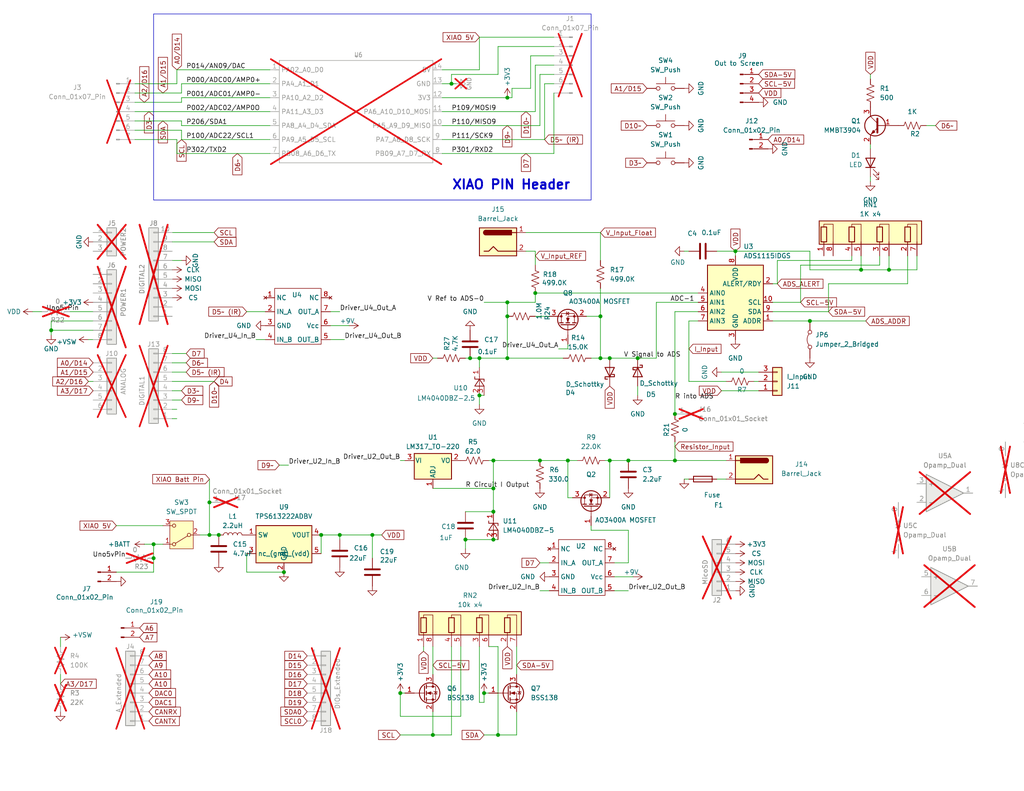
<source format=kicad_sch>
(kicad_sch (version 20250114) (generator "eeschema") (generator_version "9.0")
  (paper "USLetter")
  (title_block (title "Arduino Uno DMM Shield") (date "2025-02-22") (rev "1A") (company "Nick Mann"))
  (rectangle (start 41.91 3.81) (end 161.29 54.61))
  (text "XIAO PIN Header" (at 123.19 52.07 0) (effects (font (size 2.54 2.54) (bold yes)) (justify left bottom)))
  (junction (at 135.89 200.66))
  (junction (at 163.83 97.79))
  (junction (at 92.71 146.05))
  (junction (at 101.6 146.05))
  (junction (at 127 147.32))
  (junction (at 130.81 107.95))
  (junction (at 173.99 97.79))
  (junction (at -74.93 148.59))
  (junction (at 147.32 125.73))
  (junction (at 134.62 139.7))
  (junction (at 130.81 97.79))
  (junction (at -31.75 135.89))
  (junction (at 77.47 156.21))
  (junction (at 134.62 147.32))
  (junction (at 134.62 133.35))
  (junction (at 184.15 125.73))
  (junction (at 242.57 73.66))
  (junction (at 234.95 73.66))
  (junction (at 128.27 97.79))
  (junction (at 154.94 125.73))
  (junction (at 57.15 137.16))
  (junction (at -74.93 138.43))
  (junction (at -17.78 135.89))
  (junction (at 138.43 26.67))
  (junction (at 138.43 86.36))
  (junction (at 134.62 125.73))
  (junction (at 87.63 146.05))
  (junction (at 200.66 68.58))
  (junction (at 41.91 148.59))
  (junction (at 109.22 189.23))
  (junction (at 132.08 189.23))
  (junction (at 138.43 82.55))
  (junction (at 163.83 86.36))
  (junction (at -73.66 130.81))
  (junction (at 166.37 125.73))
  (junction (at 171.45 125.73))
  (junction (at -83.82 148.59))
  (junction (at 57.15 146.05))
  (junction (at 184.15 113.03))
  (junction (at 13.97 90.17))
  (junction (at 41.91 152.4))
  (junction (at 123.19 22.86))
  (junction (at 118.11 200.66))
  (junction (at 166.37 97.79))
  (junction (at -74.93 193.04))
  (junction (at 59.69 146.05))
  (junction (at -31.75 146.05))
  (junction (at -74.93 184.15))
  (junction (at 220.98 87.63))
  (junction (at 138.43 97.79))
  (junction (at 146.05 80.01))
  (junction (at -83.82 138.43))
  (wire (pts (xy 210.82 85.09) (xy 226.06 85.09)))
  (wire (pts (xy 92.71 146.05) (xy 92.71 147.32)))
  (wire (pts (xy 147.32 20.32) (xy 151.13 20.32)))
  (wire (pts (xy 48.26 22.86) (xy 48.26 19.05)))
  (wire (pts (xy 148.59 22.86) (xy 148.59 38.1)))
  (wire (pts (xy 237.49 48.26) (xy 237.49 49.53)))
  (wire (pts (xy 237.49 20.32) (xy 237.49 21.59)))
  (wire (pts (xy 46.99 96.52) (xy 50.8 96.52)))
  (wire (pts (xy 163.83 63.5) (xy 143.51 63.5)))
  (wire (pts (xy 120.65 38.1) (xy 148.59 38.1)))
  (wire (pts (xy 36.83 25.4) (xy 49.53 25.4)))
  (wire (pts (xy 110.49 189.23) (xy 109.22 189.23)))
  (wire (pts (xy 220.98 68.58) (xy 220.98 73.66)))
  (wire (pts (xy 140.97 200.66) (xy 140.97 194.31)))
  (wire (pts (xy 48.26 38.1) (xy 36.83 38.1)))
  (wire (pts (xy 16.51 173.99) (xy 16.51 176.53)))
  (wire (pts (xy 93.98 92.71) (xy 90.17 92.71)))
  (wire (pts (xy 139.7 24.13) (xy 144.78 24.13)))
  (wire (pts (xy 146.05 68.58) (xy 143.51 68.58)))
  (wire (pts (xy 135.89 200.66) (xy 140.97 200.66)))
  (wire (pts (xy 237.49 40.64) (xy 237.49 39.37)))
  (wire (pts (xy 13.97 90.17) (xy 13.97 91.44)))
  (wire (pts (xy 144.78 24.13) (xy 144.78 15.24)))
  (wire (pts (xy 123.19 22.86) (xy 123.19 20.32)))
  (wire (pts (xy 120.65 34.29) (xy 147.32 34.29)))
  (wire (pts (xy 133.35 189.23) (xy 132.08 189.23)))
  (wire (pts (xy 120.65 30.48) (xy 146.05 30.48)))
  (wire (pts (xy 31.75 156.21) (xy 41.91 156.21)))
  (wire (pts (xy 226.06 77.47) (xy 247.65 77.47)))
  (wire (pts (xy 46.99 66.04) (xy 58.42 66.04)))
  (wire (pts (xy 171.45 125.73) (xy 184.15 125.73)))
  (wire (pts (xy -92.71 148.59) (xy -83.82 148.59)))
  (wire (pts (xy 138.43 86.36) (xy 138.43 97.79)))
  (wire (pts (xy 46.99 99.06) (xy 50.8 99.06)))
  (wire (pts (xy 49.53 34.29) (xy 73.66 34.29)))
  (wire (pts (xy 13.97 90.17) (xy 25.4 90.17)))
  (wire (pts (xy 127 97.79) (xy 128.27 97.79)))
  (wire (pts (xy 140.97 176.53) (xy 140.97 184.15)))
  (wire (pts (xy 130.81 176.53) (xy 130.81 191.77)))
  (wire (pts (xy 120.65 19.05) (xy 130.81 19.05)))
  (wire (pts (xy 130.81 107.95) (xy 132.08 107.95)))
  (wire (pts (xy 161.29 144.78) (xy 161.29 143.51)))
  (wire (pts (xy 135.89 176.53) (xy 135.89 200.66)))
  (wire (pts (xy 198.12 104.14) (xy 187.96 104.14)))
  (wire (pts (xy -74.93 184.15) (xy -67.31 184.15)))
  (wire (pts (xy 212.09 77.47) (xy 210.82 77.47)))
  (wire (pts (xy 118.11 133.35) (xy 134.62 133.35)))
  (wire (pts (xy 163.83 97.79) (xy 166.37 97.79)))
  (wire (pts (xy 240.03 69.85) (xy 240.03 72.39)))
  (wire (pts (xy 130.81 110.49) (xy 130.81 107.95)))
  (wire (pts (xy 161.29 97.79) (xy 163.83 97.79)))
  (wire (pts (xy 49.53 22.86) (xy 73.66 22.86)))
  (wire (pts (xy 67.31 151.13) (xy 67.31 156.21)))
  (wire (pts (xy 173.99 97.79) (xy 179.07 97.79)))
  (wire (pts (xy 69.85 92.71) (xy 72.39 92.71)))
  (wire (pts (xy 138.43 26.67) (xy 120.65 26.67)))
  (wire (pts (xy -17.78 135.89) (xy -17.78 140.97)))
  (wire (pts (xy -31.75 135.89) (xy -17.78 135.89)))
  (wire (pts (xy 198.12 130.81) (xy 195.58 130.81)))
  (wire (pts (xy 41.91 152.4) (xy 41.91 148.59)))
  (wire (pts (xy 118.11 200.66) (xy 118.11 194.31)))
  (wire (pts (xy 247.65 69.85) (xy 247.65 77.47)))
  (wire (pts (xy -73.66 135.89) (xy -74.93 135.89)))
  (wire (pts (xy 242.57 73.66) (xy 242.57 69.85)))
  (wire (pts (xy 24.13 92.71) (xy 25.4 92.71)))
  (wire (pts (xy 187.96 87.63) (xy 187.96 104.14)))
  (wire (pts (xy 39.37 148.59) (xy 41.91 148.59)))
  (wire (pts (xy 49.53 25.4) (xy 49.53 22.86)))
  (wire (pts (xy 148.59 22.86) (xy 151.13 22.86)))
  (wire (pts (xy 184.15 85.09) (xy 190.5 85.09)))
  (wire (pts (xy 57.15 146.05) (xy 59.69 146.05)))
  (wire (pts (xy 49.53 33.02) (xy 49.53 34.29)))
  (wire (pts (xy 87.63 146.05) (xy 87.63 151.13)))
  (wire (pts (xy 163.83 86.36) (xy 163.83 97.79)))
  (wire (pts (xy 134.62 133.35) (xy 134.62 139.7)))
  (wire (pts (xy 132.08 82.55) (xy 138.43 82.55)))
  (wire (pts (xy 48.26 19.05) (xy 73.66 19.05)))
  (wire (pts (xy -38.1 146.05) (xy -31.75 146.05)))
  (wire (pts (xy 67.31 156.21) (xy 77.47 156.21)))
  (wire (pts (xy 220.98 87.63) (xy 210.82 87.63)))
  (wire (pts (xy 200.66 68.58) (xy 200.66 69.85)))
  (wire (pts (xy 46.99 101.6) (xy 50.8 101.6)))
  (wire (pts (xy 138.43 97.79) (xy 153.67 97.79)))
  (wire (pts (xy 130.81 100.33) (xy 130.81 97.79)))
  (wire (pts (xy -74.93 135.89) (xy -74.93 138.43)))
  (wire (pts (xy -74.93 191.77) (xy -74.93 193.04)))
  (wire (pts (xy 57.15 137.16) (xy 57.15 146.05)))
  (wire (pts (xy 138.43 82.55) (xy 138.43 86.36)))
  (wire (pts (xy 49.53 38.1) (xy 49.53 35.56)))
  (wire (pts (xy 184.15 120.65) (xy 184.15 125.73)))
  (wire (pts (xy 76.2 127) (xy 78.74 127)))
  (wire (pts (xy 173.99 105.41) (xy 173.99 107.95)))
  (wire (pts (xy 109.22 125.73) (xy 110.49 125.73)))
  (wire (pts (xy -73.66 118.11) (xy -73.66 130.81)))
  (wire (pts (xy 146.05 80.01) (xy 190.5 80.01)))
  (wire (pts (xy 250.19 69.85) (xy 250.19 73.66)))
  (wire (pts (xy 184.15 85.09) (xy 184.15 113.03)))
  (wire (pts (xy 200.66 68.58) (xy 195.58 68.58)))
  (wire (pts (xy -80.01 130.81) (xy -73.66 130.81)))
  (wire (pts (xy 147.32 153.67) (xy 149.86 153.67)))
  (wire (pts (xy 90.17 85.09) (xy 92.71 85.09)))
  (wire (pts (xy 92.71 146.05) (xy 101.6 146.05)))
  (wire (pts (xy 13.97 87.63) (xy 13.97 90.17)))
  (wire (pts (xy 115.57 177.8) (xy 115.57 176.53)))
  (wire (pts (xy 186.69 130.81) (xy 187.96 130.81)))
  (wire (pts (xy 242.57 73.66) (xy 250.19 73.66)))
  (wire (pts (xy 101.6 146.05) (xy 104.14 146.05)))
  (wire (pts (xy 166.37 125.73) (xy 171.45 125.73)))
  (wire (pts (xy -83.82 148.59) (xy -83.82 147.32)))
  (wire (pts (xy 146.05 30.48) (xy 146.05 17.78)))
  (wire (pts (xy 154.94 125.73) (xy 154.94 135.89)))
  (wire (pts (xy 154.94 95.25) (xy 154.94 93.98)))
  (wire (pts (xy -60.96 118.11) (xy -73.66 118.11)))
  (wire (pts (xy 146.05 86.36) (xy 149.86 86.36)))
  (wire (pts (xy 125.73 176.53) (xy 125.73 195.58)))
  (wire (pts (xy 48.26 38.1) (xy 48.26 41.91)))
  (wire (pts (xy 101.6 146.05) (xy 101.6 152.4)))
  (wire (pts (xy 36.83 30.48) (xy 73.66 30.48)))
  (wire (pts (xy -52.07 184.15) (xy -48.26 184.15)))
  (wire (pts (xy 252.73 34.29) (xy 255.27 34.29)))
  (wire (pts (xy -74.93 193.04) (xy -67.31 193.04)))
  (wire (pts (xy -52.07 191.77) (xy -48.26 191.77)))
  (wire (pts (xy 139.7 26.67) (xy 138.43 26.67)))
  (wire (pts (xy 127 139.7) (xy 134.62 139.7)))
  (wire (pts (xy 207.01 104.14) (xy 205.74 104.14)))
  (wire (pts (xy 132.08 200.66) (xy 135.89 200.66)))
  (wire (pts (xy 109.22 195.58) (xy 125.73 195.58)))
  (wire (pts (xy 130.81 10.16) (xy 130.81 19.05)))
  (wire (pts (xy 119.38 97.79) (xy 118.11 97.79)))
  (wire (pts (xy -74.93 138.43) (xy -74.93 139.7)))
  (wire (pts (xy 187.96 68.58) (xy 186.69 68.58)))
  (wire (pts (xy 146.05 17.78) (xy 151.13 17.78)))
  (wire (pts (xy 120.65 22.86) (xy 123.19 22.86)))
  (wire (pts (xy -92.71 138.43) (xy -92.71 139.7)))
  (wire (pts (xy 151.13 41.91) (xy 151.13 25.4)))
  (wire (pts (xy 16.51 184.15) (xy 16.51 186.69)))
  (wire (pts (xy 187.96 87.63) (xy 190.5 87.63)))
  (wire (pts (xy 144.78 15.24) (xy 151.13 15.24)))
  (wire (pts (xy 57.15 130.81) (xy 57.15 137.16)))
  (wire (pts (xy 46.99 109.22) (xy 49.53 109.22)))
  (wire (pts (xy 46.99 114.3) (xy 48.26 114.3)))
  (wire (pts (xy 130.81 97.79) (xy 128.27 97.79)))
  (wire (pts (xy 123.19 20.32) (xy 135.89 20.32)))
  (wire (pts (xy 24.13 104.14) (xy 25.4 104.14)))
  (wire (pts (xy 154.94 125.73) (xy 147.32 125.73)))
  (wire (pts (xy 212.09 71.12) (xy 232.41 71.12)))
  (wire (pts (xy 49.53 38.1) (xy 73.66 38.1)))
  (wire (pts (xy 154.94 125.73) (xy 157.48 125.73)))
  (wire (pts (xy 207.01 106.68) (xy 196.85 106.68)))
  (wire (pts (xy 179.07 82.55) (xy 179.07 97.79)))
  (wire (pts (xy -83.82 138.43) (xy -74.93 138.43)))
  (wire (pts (xy 46.99 104.14) (xy 58.42 104.14)))
  (wire (pts (xy -38.1 130.81) (xy -38.1 118.11)))
  (wire (pts (xy 46.99 111.76) (xy 48.26 111.76)))
  (wire (pts (xy 46.99 106.68) (xy 49.53 106.68)))
  (wire (pts (xy 48.26 41.91) (xy 73.66 41.91)))
  (wire (pts (xy -31.75 146.05) (xy -29.21 146.05)))
  (wire (pts (xy 67.31 85.09) (xy 72.39 85.09)))
  (wire (pts (xy 133.35 176.53) (xy 135.89 176.53)))
  (wire (pts (xy 134.62 125.73) (xy 147.32 125.73)))
  (wire (pts (xy 130.81 10.16) (xy 151.13 10.16)))
  (wire (pts (xy 139.7 24.13) (xy 139.7 26.67)))
  (wire (pts (xy 138.43 82.55) (xy 146.05 82.55)))
  (wire (pts (xy 218.44 72.39) (xy 240.03 72.39)))
  (wire (pts (xy 163.83 63.5) (xy 163.83 71.12)))
  (wire (pts (xy 41.91 156.21) (xy 41.91 152.4)))
  (wire (pts (xy 118.11 176.53) (xy 118.11 184.15)))
  (wire (pts (xy 118.11 200.66) (xy 109.22 200.66)))
  (wire (pts (xy -38.1 135.89) (xy -31.75 135.89)))
  (wire (pts (xy 25.4 87.63) (xy 13.97 87.63)))
  (wire (pts (xy -83.82 138.43) (xy -83.82 139.7)))
  (wire (pts (xy 160.02 86.36) (xy 163.83 86.36)))
  (wire (pts (xy 236.22 87.63) (xy 220.98 87.63)))
  (wire (pts (xy 46.99 71.12) (xy 49.53 71.12)))
  (wire (pts (xy -38.1 118.11) (xy -53.34 118.11)))
  (wire (pts (xy 165.1 125.73) (xy 166.37 125.73)))
  (wire (pts (xy 146.05 80.01) (xy 146.05 82.55)))
  (wire (pts (xy -92.71 138.43) (xy -83.82 138.43)))
  (wire (pts (xy 220.98 73.66) (xy 234.95 73.66)))
  (wire (pts (xy 120.65 41.91) (xy 151.13 41.91)))
  (wire (pts (xy 36.83 33.02) (xy 49.53 33.02)))
  (wire (pts (xy 49.53 26.67) (xy 73.66 26.67)))
  (wire (pts (xy 226.06 77.47) (xy 226.06 85.09)))
  (wire (pts (xy 161.29 144.78) (xy 171.45 144.78)))
  (wire (pts (xy 49.53 27.94) (xy 49.53 26.67)))
  (wire (pts (xy 36.83 35.56) (xy 49.53 35.56)))
  (wire (pts (xy 31.75 143.51) (xy 44.45 143.51)))
  (wire (pts (xy 207.01 101.6) (xy 196.85 101.6)))
  (wire (pts (xy 8.89 85.09) (xy 11.43 85.09)))
  (wire (pts (xy 127 147.32) (xy 134.62 147.32)))
  (wire (pts (xy -92.71 148.59) (xy -92.71 147.32)))
  (wire (pts (xy 212.09 71.12) (xy 212.09 77.47)))
  (wire (pts (xy 109.22 189.23) (xy 109.22 195.58)))
  (wire (pts (xy 147.32 20.32) (xy 147.32 34.29)))
  (wire (pts (xy 234.95 69.85) (xy 234.95 73.66)))
  (wire (pts (xy 171.45 144.78) (xy 171.45 153.67)))
  (wire (pts (xy -31.75 146.05) (xy -31.75 143.51)))
  (wire (pts (xy 154.94 135.89) (xy 156.21 135.89)))
  (wire (pts (xy 123.19 200.66) (xy 118.11 200.66)))
  (wire (pts (xy 166.37 97.79) (xy 173.99 97.79)))
  (wire (pts (xy 166.37 125.73) (xy 166.37 135.89)))
  (wire (pts (xy 179.07 82.55) (xy 190.5 82.55)))
  (wire (pts (xy 123.19 176.53) (xy 123.19 200.66)))
  (wire (pts (xy 146.05 68.58) (xy 146.05 72.39)))
  (wire (pts (xy 130.81 191.77) (xy 132.08 191.77)))
  (wire (pts (xy 19.05 85.09) (xy 25.4 85.09)))
  (wire (pts (xy 134.62 133.35) (xy 134.62 125.73)))
  (wire (pts (xy 54.61 146.05) (xy 57.15 146.05)))
  (wire (pts (xy 171.45 161.29) (xy 167.64 161.29)))
  (wire (pts (xy 135.89 20.32) (xy 135.89 12.7)))
  (wire (pts (xy 172.72 157.48) (xy 167.64 157.48)))
  (wire (pts (xy 171.45 153.67) (xy 167.64 153.67)))
  (wire (pts (xy 132.08 189.23) (xy 132.08 191.77)))
  (wire (pts (xy 200.66 68.58) (xy 220.98 68.58)))
  (wire (pts (xy 87.63 146.05) (xy 92.71 146.05)))
  (wire (pts (xy 218.44 72.39) (xy 218.44 82.55)))
  (wire (pts (xy 135.89 12.7) (xy 151.13 12.7)))
  (wire (pts (xy 232.41 71.12) (xy 232.41 69.85)))
  (wire (pts (xy 123.19 22.86) (xy 124.46 22.86)))
  (wire (pts (xy 163.83 78.74) (xy 163.83 86.36)))
  (wire (pts (xy 184.15 125.73) (xy 198.12 125.73)))
  (wire (pts (xy 130.81 97.79) (xy 138.43 97.79)))
  (wire (pts (xy -83.82 148.59) (xy -74.93 148.59)))
  (wire (pts (xy 95.25 88.9) (xy 90.17 88.9)))
  (wire (pts (xy 134.62 147.32) (xy 135.89 147.32)))
  (wire (pts (xy 41.91 148.59) (xy 44.45 148.59)))
  (wire (pts (xy 210.82 82.55) (xy 218.44 82.55)))
  (wire (pts (xy 36.83 22.86) (xy 48.26 22.86)))
  (wire (pts (xy 127 149.86) (xy 127 147.32)))
  (wire (pts (xy 234.95 73.66) (xy 242.57 73.66)))
  (wire (pts (xy -74.93 148.59) (xy -74.93 147.32)))
  (wire (pts (xy 152.4 95.25) (xy 154.94 95.25)))
  (wire (pts (xy 36.83 27.94) (xy 49.53 27.94)))
  (wire (pts (xy 46.99 63.5) (xy 58.42 63.5)))
  (wire (pts (xy -74.93 154.94) (xy -74.93 148.59)))
  (wire (pts (xy 147.32 161.29) (xy 149.86 161.29)))
  (wire (pts (xy 134.62 125.73) (xy 133.35 125.73)))
  (label "P000{slash}ADC00{slash}AMP0+" (at 50.8 22.86 0))
  (label "P109{slash}MOSI9" (at 123.19 30.48 0))
  (label "R Circuit I Output" (at 127 133.35 0))
  (label "Driver_U4_Out_A" (at 92.71 85.09 0))
  (label "Driver_U2_Out_B" (at 109.22 125.73 180))
  (label "V Ref to ADS-0" (at 132.08 82.55 180))
  (label "Driver_U2_In_B" (at 78.74 127 0))
  (label "Driver_U4_Out_B" (at 93.98 92.71 0))
  (label "V Signal to ADS" (at 170.18 97.79 0))
  (label "R into ADS" (at 184.15 109.22 0))
  (label "P301{slash}RXD2" (at 123.19 41.91 0))
  (label "Driver_U2_Out_B" (at 171.45 161.29 0))
  (label "P302{slash}TXD2" (at 50.8 41.91 0))
  (label "ADC-1" (at 182.88 82.55 0))
  (label "P206{slash}SDA1" (at 50.8 34.29 0))
  (label "P100{slash}ADC22{slash}SCL1" (at 50.8 38.1 0))
  (label "P001{slash}ADC01{slash}AMP0-" (at 50.8 26.67 0))
  (label "P110{slash}MISO9" (at 123.19 34.29 0))
  (label "Uno5vPin" (at 34.29 152.4 180))
  (label "P111{slash}SCK9" (at 123.19 38.1 0))
  (label "Driver_U4_In_B" (at 69.85 92.71 180))
  (label "P014{slash}AN09{slash}DAC" (at 50.8 19.05 0))
  (label "Driver_U2_In_B" (at 147.32 161.29 180))
  (label "Driver_U4_Out_A" (at 152.4 95.25 180))
  (label "Uno5vPin" (at 21.59 85.09 180))
  (label "P002{slash}ADC02{slash}AMP0O" (at 50.8 30.48 0))
  (global_label "A0{slash}D14" (shape input) (at 25.4 99.06 180) (property "Intersheetrefs" "${INTERSHEET_REFS}" (effects (hide yes))))
  (global_label "I_Input" (shape input) (at 187.96 95.25 0) (property "Intersheetrefs" "${INTERSHEET_REFS}" (effects (hide yes))))
  (global_label "D14" (shape input) (at 83.82 179.07 180) (property "Intersheetrefs" "${INTERSHEET_REFS}" (effects (hide yes))))
  (global_label "D5~ (IR)" (shape input) (at 67.31 85.09 180) (property "Intersheetrefs" "${INTERSHEET_REFS}" (effects (hide yes))))
  (global_label "VDD" (shape input) (at 207.01 25.4 0) (property "Intersheetrefs" "${INTERSHEET_REFS}" (effects (hide yes))))
  (global_label "VDD" (shape input) (at 115.57 177.8 270) (property "Intersheetrefs" "${INTERSHEET_REFS}" (effects (hide yes))))
  (global_label "SCL" (shape input) (at 49.53 38.1 270) (property "Intersheetrefs" "${INTERSHEET_REFS}" (effects (hide yes))))
  (global_label "A2{slash}D16" (shape input) (at 39.37 27.94 90) (property "Intersheetrefs" "${INTERSHEET_REFS}" (effects (hide yes))))
  (global_label "SDA" (shape input) (at 132.08 200.66 180) (property "Intersheetrefs" "${INTERSHEET_REFS}" (effects (hide yes))))
  (global_label "A10" (shape input) (at 40.64 184.15 0) (property "Intersheetrefs" "${INTERSHEET_REFS}" (effects (hide yes))))
  (global_label "D9~" (shape input) (at 49.53 109.22 0) (property "Intersheetrefs" "${INTERSHEET_REFS}" (effects (hide yes))))
  (global_label "VDD" (shape input) (at 196.85 106.68 180) (property "Intersheetrefs" "${INTERSHEET_REFS}" (effects (hide yes))))
  (global_label "XIAO 5V" (shape input) (at 31.75 143.51 180) (property "Intersheetrefs" "${INTERSHEET_REFS}" (effects (hide yes))))
  (global_label "D6~" (shape input) (at 50.8 99.06 0) (property "Intersheetrefs" "${INTERSHEET_REFS}" (effects (hide yes))))
  (global_label "ADS_ALERT" (shape input) (at 212.09 77.47 0) (property "Intersheetrefs" "${INTERSHEET_REFS}" (effects (hide yes))))
  (global_label "DAC0" (shape input) (at 40.64 189.23 0) (property "Intersheetrefs" "${INTERSHEET_REFS}" (effects (hide yes))))
  (global_label "SDA0" (shape input) (at 83.82 194.31 180) (property "Intersheetrefs" "${INTERSHEET_REFS}" (effects (hide yes))))
  (global_label "A6" (shape input) (at 38.1 171.45 0) (property "Intersheetrefs" "${INTERSHEET_REFS}" (effects (hide yes))))
  (global_label "A0{slash}D14" (shape input) (at 48.26 19.05 90) (property "Intersheetrefs" "${INTERSHEET_REFS}" (effects (hide yes))))
  (global_label "D7" (shape input) (at 143.51 41.91 270) (property "Intersheetrefs" "${INTERSHEET_REFS}" (effects (hide yes))))
  (global_label "CANRX" (shape input) (at 40.64 194.31 0) (property "Intersheetrefs" "${INTERSHEET_REFS}" (effects (hide yes))))
  (global_label "D17" (shape input) (at 83.82 186.69 180) (property "Intersheetrefs" "${INTERSHEET_REFS}" (effects (hide yes))))
  (global_label "XIAO 5V" (shape input) (at 130.81 10.16 180) (property "Intersheetrefs" "${INTERSHEET_REFS}" (effects (hide yes))))
  (global_label "D16" (shape input) (at 83.82 184.15 180) (property "Intersheetrefs" "${INTERSHEET_REFS}" (effects (hide yes))))
  (global_label "A2{slash}D16" (shape input) (at 24.13 104.14 180) (property "Intersheetrefs" "${INTERSHEET_REFS}" (effects (hide yes))))
  (global_label "VDD" (shape input) (at 104.14 146.05 0) (property "Intersheetrefs" "${INTERSHEET_REFS}" (effects (hide yes))))
  (global_label "D6~" (shape input) (at 255.27 34.29 0) (property "Intersheetrefs" "${INTERSHEET_REFS}" (effects (hide yes))))
  (global_label "SCL-5V" (shape input) (at 118.11 181.61 0) (property "Intersheetrefs" "${INTERSHEET_REFS}" (effects (hide yes))))
  (global_label "D4" (shape input) (at 58.42 104.14 0) (property "Intersheetrefs" "${INTERSHEET_REFS}" (effects (hide yes))))
  (global_label "VDD" (shape input) (at 166.37 105.41 270) (property "Intersheetrefs" "${INTERSHEET_REFS}" (effects (hide yes))))
  (global_label "D10~" (shape input) (at 176.53 34.29 180) (property "Intersheetrefs" "${INTERSHEET_REFS}" (effects (hide yes))))
  (global_label "D7" (shape input) (at 50.8 96.52 0) (property "Intersheetrefs" "${INTERSHEET_REFS}" (effects (hide yes))))
  (global_label "A1{slash}D15" (shape input) (at 176.53 24.13 180) (property "Intersheetrefs" "${INTERSHEET_REFS}" (effects (hide yes))))
  (global_label "Resistor_Input" (shape input) (at 184.15 121.92 0) (property "Intersheetrefs" "${INTERSHEET_REFS}" (effects (hide yes))))
  (global_label "SDA-5V" (shape input) (at 140.97 181.61 0) (property "Intersheetrefs" "${INTERSHEET_REFS}" (effects (hide yes))))
  (global_label "V_Input_Float" (shape input) (at 163.83 63.5 0) (property "Intersheetrefs" "${INTERSHEET_REFS}" (effects (hide yes))))
  (global_label "SCL0" (shape input) (at 83.82 196.85 180) (property "Intersheetrefs" "${INTERSHEET_REFS}" (effects (hide yes))))
  (global_label "VDD" (shape input) (at -80.01 130.81 180) (property "Intersheetrefs" "${INTERSHEET_REFS}" (effects (hide yes))))
  (global_label "D7" (shape input) (at 147.32 153.67 180) (property "Intersheetrefs" "${INTERSHEET_REFS}" (effects (hide yes))))
  (global_label "A3{slash}D17" (shape input) (at 16.51 186.69 0) (property "Intersheetrefs" "${INTERSHEET_REFS}" (effects (hide yes))))
  (global_label "D15" (shape input) (at 83.82 181.61 180) (property "Intersheetrefs" "${INTERSHEET_REFS}" (effects (hide yes))))
  (global_label "D3~" (shape input) (at 176.53 44.45 180) (property "Intersheetrefs" "${INTERSHEET_REFS}" (effects (hide yes))))
  (global_label "A10" (shape input) (at 40.64 186.69 0) (property "Intersheetrefs" "${INTERSHEET_REFS}" (effects (hide yes))))
  (global_label "A3{slash}D17" (shape input) (at 25.4 106.68 180) (property "Intersheetrefs" "${INTERSHEET_REFS}" (effects (hide yes))))
  (global_label "VDD" (shape input) (at 237.49 20.32 90) (property "Intersheetrefs" "${INTERSHEET_REFS}" (effects (hide yes))))
  (global_label "SDA-5V" (shape input) (at 207.01 20.32 0) (property "Intersheetrefs" "${INTERSHEET_REFS}" (effects (hide yes))))
  (global_label "V_Input_REF" (shape input) (at 146.05 69.85 0) (property "Intersheetrefs" "${INTERSHEET_REFS}" (effects (hide yes))))
  (global_label "ADS_ADDR" (shape input) (at 236.22 87.63 0) (property "Intersheetrefs" "${INTERSHEET_REFS}" (effects (hide yes))))
  (global_label "D5~ (IR)" (shape input) (at 50.8 101.6 0) (property "Intersheetrefs" "${INTERSHEET_REFS}" (effects (hide yes))))
  (global_label "A0{slash}D14" (shape input) (at 209.55 38.1 0) (property "Intersheetrefs" "${INTERSHEET_REFS}" (effects (hide yes))))
  (global_label "A1{slash}D15" (shape input) (at 44.45 25.4 90) (property "Intersheetrefs" "${INTERSHEET_REFS}" (effects (hide yes))))
  (global_label "A1{slash}D15" (shape input) (at 25.4 101.6 180) (property "Intersheetrefs" "${INTERSHEET_REFS}" (effects (hide yes))))
  (global_label "D9~" (shape input) (at 138.43 34.29 270) (property "Intersheetrefs" "${INTERSHEET_REFS}" (effects (hide yes))))
  (global_label "SCL" (shape input) (at 58.42 63.5 0) (property "Intersheetrefs" "${INTERSHEET_REFS}" (effects (hide yes))))
  (global_label "SDA" (shape input) (at 58.42 66.04 0) (property "Intersheetrefs" "${INTERSHEET_REFS}" (effects (hide yes))))
  (global_label "SDA" (shape input) (at 44.45 33.02 270) (property "Intersheetrefs" "${INTERSHEET_REFS}" (effects (hide yes))))
  (global_label "D3~" (shape input) (at 40.64 30.48 270) (property "Intersheetrefs" "${INTERSHEET_REFS}" (effects (hide yes))))
  (global_label "SCL" (shape input) (at 109.22 200.66 180) (property "Intersheetrefs" "${INTERSHEET_REFS}" (effects (hide yes))))
  (global_label "VDD" (shape input) (at 138.43 176.53 270) (property "Intersheetrefs" "${INTERSHEET_REFS}" (effects (hide yes))))
  (global_label "A7" (shape input) (at 38.1 173.99 0) (property "Intersheetrefs" "${INTERSHEET_REFS}" (effects (hide yes))))
  (global_label "D18" (shape input) (at 83.82 189.23 180) (property "Intersheetrefs" "${INTERSHEET_REFS}" (effects (hide yes))))
  (global_label "D10~" (shape input) (at 58.42 104.14 270) (property "Intersheetrefs" "${INTERSHEET_REFS}" (effects (hide yes))))
  (global_label "VDD" (shape input) (at 200.66 68.58 90) (property "Intersheetrefs" "${INTERSHEET_REFS}" (effects (hide yes))))
  (global_label "D6~" (shape input) (at 64.77 41.91 270) (property "Intersheetrefs" "${INTERSHEET_REFS}" (effects (hide yes))))
  (global_label "XIAO Batt Pin" (shape input) (at 57.15 130.81 180) (property "Intersheetrefs" "${INTERSHEET_REFS}" (effects (hide yes))))
  (global_label "A8" (shape input) (at 40.64 179.07 0) (property "Intersheetrefs" "${INTERSHEET_REFS}" (effects (hide yes))))
  (global_label "D19" (shape input) (at 83.82 191.77 180) (property "Intersheetrefs" "${INTERSHEET_REFS}" (effects (hide yes))))
  (global_label "D10~" (shape input) (at 143.51 30.48 270) (property "Intersheetrefs" "${INTERSHEET_REFS}" (effects (hide yes))))
  (global_label "SCL-5V" (shape input) (at 207.01 22.86 0) (property "Intersheetrefs" "${INTERSHEET_REFS}" (effects (hide yes))))
  (global_label "DAC1" (shape input) (at 40.64 191.77 0) (property "Intersheetrefs" "${INTERSHEET_REFS}" (effects (hide yes))))
  (global_label "SCL-5V" (shape input) (at 218.44 82.55 0) (property "Intersheetrefs" "${INTERSHEET_REFS}" (effects (hide yes))))
  (global_label "D3~" (shape input) (at 49.53 106.68 0) (property "Intersheetrefs" "${INTERSHEET_REFS}" (effects (hide yes))))
  (global_label "D5~ (IR)" (shape input) (at 148.59 38.1 0) (property "Intersheetrefs" "${INTERSHEET_REFS}" (effects (hide yes))))
  (global_label "VDD" (shape input) (at 118.11 97.79 180) (property "Intersheetrefs" "${INTERSHEET_REFS}" (effects (hide yes))))
  (global_label "SDA-5V" (shape input) (at 226.06 85.09 0) (property "Intersheetrefs" "${INTERSHEET_REFS}" (effects (hide yes))))
  (global_label "CANTX" (shape input) (at 40.64 196.85 0) (property "Intersheetrefs" "${INTERSHEET_REFS}" (effects (hide yes))))
  (global_label "A9" (shape input) (at 40.64 181.61 0) (property "Intersheetrefs" "${INTERSHEET_REFS}" (effects (hide yes))))
  (global_label "D9~" (shape input) (at 76.2 127 180) (property "Intersheetrefs" "${INTERSHEET_REFS}" (effects (hide yes))))
  (symbol (lib_id "Device:Opamp_Dual") (at 276.86 128.27 0) (unit 3) (dnp yes)
    (property "Reference" "U8" (at 275.59 126.9999 0) (effects (justify left)))
    (property "Value" "Opamp_Dual" (at 275.59 129.5399 0) (effects (justify left)))
    (property "Footprint" "Package_SO:SOIC-8_3.9x4.9mm_P1.27mm" (effects (hide yes)))
    (property "Description" "Dual operational amplifier" (effects (hide yes)))
    (property "Sim.Library" "${KICAD9_SYMBOL_DIR}/Simulation_SPICE.sp" (effects (hide yes)))
    (property "Sim.Name" "kicad_builtin_opamp_dual" (effects (hide yes)))
    (property "Sim.Device" "SUBCKT" (effects (hide yes)))
    (property "Sim.Pins" "1=out1 2=in1- 3=in1+ 4=vee 5=in2+ 6=in2- 7=out2 8=vcc" (effects (hide yes)))
  )
  (symbol (lib_id "Transistor_FET:BSS138") (at 115.57 189.23 0) (unit 1)
    (property "Reference" "Q6" (at 121.92 187.9599 0) (effects (justify left)))
    (property "Value" "BSS138" (at 121.92 190.4999 0) (effects (justify left)))
    (property "Footprint" "Package_TO_SOT_SMD:SOT-23" (effects (hide yes)))
    (property "Datasheet" "https://www.onsemi.com/pub/Collateral/BSS138-D.PDF" (effects (hide yes)))
    (property "Description" "50V Vds, 0.22A Id, N-Channel MOSFET, SOT-23" (effects (hide yes)))
  )
  (symbol (lib_name "+BATT_1") (lib_id "power:+BATT") (at 39.37 148.59 90) (unit 1)
    (property "Reference" "#PWR063" (effects (hide yes)))
    (property "Value" "+BATT" (at 35.56 148.5901 90) (effects (justify left)))
    (property "Description" "Power symbol creates a global label with name \"+BATT\"" (effects (hide yes)))
  )
  (symbol (lib_id "Device:C") (at -74.93 187.96 0) (unit 1)
    (property "Reference" "C10" (at -72.644 190.754 0) (effects (justify left)))
    (property "Value" "4.7uF" (at -83.312 187.96 0) (effects (justify left)))
    (property "Footprint" "Capacitor_SMD:C_0805_2012Metric_Pad1.18x1.45mm_HandSolder" (effects (hide yes)))
    (property "Description" "Unpolarized capacitor" (effects (hide yes)))
    (property "Function" "Charge Pump" (effects (hide yes)))
  )
  (symbol (lib_id "Device:C") (at -92.71 143.51 0) (unit 1)
    (property "Reference" "C6" (at -91.694 146.304 0) (effects (justify left)))
    (property "Value" "1uF" (at -97.028 146.812 0) (effects (justify left)))
    (property "Footprint" "Capacitor_SMD:C_0805_2012Metric_Pad1.18x1.45mm_HandSolder" (effects (hide yes)))
    (property "Description" "Unpolarized capacitor" (effects (hide yes)))
    (property "Function" "Charge Pump" (effects (hide yes)))
  )
  (symbol (lib_id "power:+3.3V") (at 200.66 151.13 270) (unit 1)
    (property "Reference" "#PWR076" (effects (hide yes)))
    (property "Value" "CS" (at 206.375 151.13 90))
  )
  (symbol (lib_id "power:GND") (at -17.78 148.59 0) (unit 1)
    (property "Reference" "#PWR016" (effects (hide yes)))
    (property "Value" "GND" (effects (hide yes)))
    (property "Description" "Power symbol creates a global label with name \"GND\" , ground" (effects (hide yes)))
  )
  (symbol (lib_id "Device:R_US") (at 172.72 234.95 180) (unit 1) (on_board no) (dnp yes)
    (property "Reference" "R19" (at 170.688 236.22 0) (effects (justify left)))
    (property "Value" "10K" (at 170.942 233.934 0) (effects (justify left)))
    (property "Footprint" "Resistor_SMD:R_0805_2012Metric_Pad1.20x1.40mm_HandSolder" (effects (hide yes)))
    (property "Description" "Resistor, US symbol" (effects (hide yes)))
    (property "ValueTemp" "5K" (effects (hide yes)))
    (property "Function" "Current Limit" (effects (hide yes)))
  )
  (symbol (lib_id "power:+9V") (at -74.93 193.04 90) (unit 1)
    (property "Reference" "#PWR036" (effects (hide yes)))
    (property "Value" "+9V" (at -80.01 193.04 0))
    (property "Description" "Power symbol creates a global label with name \"+9V\"" (effects (hide yes)))
  )
  (symbol (lib_id "Transistor_FET:DMG2302U") (at 154.94 88.9 90) (unit 1)
    (property "Reference" "Q8" (at 154.94 80.01 90))
    (property "Value" "AO3400A MOSFET" (at 163.576 82.296 90))
    (property "Footprint" "Package_TO_SOT_SMD:SOT-23" (effects (hide yes)))
    (property "Datasheet" "http://www.diodes.com/assets/Datasheets/DMG2302U.pdf" (effects (hide yes)))
    (property "Description" "4.2A Id, 20V Vds, N-Channel MOSFET, SOT-23" (effects (hide yes)))
    (property "Function" "R Circuit Range Switch" (effects (hide yes)))
  )
  (symbol (lib_id "Connector_Generic:Conn_01x08") (at 88.9 186.69 0) (unit 1) (dnp yes)
    (property "Reference" "J18" (at 88.9 199.39 0))
    (property "Value" "DIOs_Extended" (at 92.075 186.69 90))
    (property "Footprint" "Connector_PinHeader_2.54mm:PinHeader_1x08_P2.54mm_Vertical" (effects (hide yes)))
    (property "ValueTemp" "DIGITAL1" (effects (hide yes)))
  )
  (symbol (lib_id "Transistor_FET:DMG2302U") (at 161.29 138.43 90) (unit 1)
    (property "Reference" "Q2" (at 161.29 129.54 90))
    (property "Value" "AO3400A MOSFET" (at 170.688 141.986 90))
    (property "Footprint" "Package_TO_SOT_SMD:SOT-23" (effects (hide yes)))
    (property "Datasheet" "http://www.diodes.com/assets/Datasheets/DMG2302U.pdf" (effects (hide yes)))
    (property "Description" "4.2A Id, 20V Vds, N-Channel MOSFET, SOT-23" (effects (hide yes)))
    (property "Function" "R Circuit Range Switch" (effects (hide yes)))
  )
  (symbol (lib_id "Device:C") (at -83.82 143.51 0) (unit 1)
    (property "Reference" "C5" (at -83.058 146.304 0) (effects (justify left)))
    (property "Value" "1uF" (at -88.138 146.812 0) (effects (justify left)))
    (property "Footprint" "Capacitor_SMD:C_0805_2012Metric_Pad1.18x1.45mm_HandSolder" (effects (hide yes)))
    (property "Description" "Unpolarized capacitor" (effects (hide yes)))
    (property "Function" "Charge Pump" (effects (hide yes)))
  )
  (symbol (lib_id "Connector:Conn_01x07_Pin") (at 156.21 17.78 0) (mirror y) (unit 1) (dnp yes)
    (property "Reference" "J1" (at 155.575 5.08 0))
    (property "Value" "Conn_01x07_Pin" (at 155.575 7.62 0))
    (property "Footprint" "Connector_PinSocket_2.54mm:PinSocket_1x07_P2.54mm_Vertical" (effects (hide yes)))
    (property "Description" "Generic connector, single row, 01x07, script generated" (effects (hide yes)))
  )
  (symbol (lib_id "power:+3.3V") (at 25.4 82.55 90) (unit 1)
    (property "Reference" "#PWR021" (effects (hide yes)))
    (property "Value" "+3V3" (at 19.685 82.55 90))
  )
  (symbol (lib_id "power:+9V") (at -17.78 135.89 270) (unit 1)
    (property "Reference" "#PWR015" (effects (hide yes)))
    (property "Value" "+9V" (at -13.97 135.8899 90) (effects (justify left)))
    (property "Description" "Power symbol creates a global label with name \"+9V\"" (effects (hide yes)))
  )
  (symbol (lib_id "Device:R_US") (at 15.24 85.09 90) (unit 1) (dnp yes)
    (property "Reference" "R22" (at 15.748 87.376 90))
    (property "Value" "0" (at 15.748 82.296 90))
    (property "Footprint" "Resistor_SMD:R_0805_2012Metric_Pad1.20x1.40mm_HandSolder" (effects (hide yes)))
    (property "Description" "Resistor, US symbol" (effects (hide yes)))
    (property "Function" "BJTCurrentLimit1" (effects (hide yes)))
  )
  (symbol (lib_id "Analog_ADC:ADS1115IDGS") (at 200.66 82.55 0) (unit 1)
    (property "Reference" "U3" (at 202.8541 67.31 0) (effects (justify left)))
    (property "Value" "ADS1115IDGS" (at 202.8541 69.85 0) (effects (justify left)))
    (property "Footprint" "Package_SO:TSSOP-10_3x3mm_P0.5mm" (effects (hide yes)))
    (property "Datasheet" "http://www.ti.com/lit/ds/symlink/ads1113.pdf" (effects (hide yes)))
    (property "Description" "Ultra-Small, Low-Power, I2C-Compatible, 860-SPS, 16-Bit ADCs With Internal Reference, Oscillator, and Programmable Comparator, VSSOP-10" (effects (hide yes)))
    (property "ValueTemp" "ADS1115IDGS" (effects (hide yes)))
  )
  (symbol (lib_id "Device:C") (at 59.69 149.86 0) (unit 1)
    (property "Reference" "C15" (at 63.5 148.5899 0) (effects (justify left)))
    (property "Value" "4.7uF" (at 63.5 151.1299 0) (effects (justify left)))
    (property "Footprint" "Capacitor_SMD:C_0805_2012Metric_Pad1.18x1.45mm_HandSolder" (effects (hide yes)))
    (property "Description" "Unpolarized capacitor" (effects (hide yes)))
    (property "Function" "Boost Circuit Input" (effects (hide yes)))
  )
  (symbol (lib_id "Device:Fuse") (at 191.77 130.81 270) (mirror x) (unit 1)
    (property "Reference" "F1" (at 196.088 137.922 90))
    (property "Value" "Fuse" (at 194.31 135.128 90))
    (property "Footprint" "Fuse:Fuse_1206_3216Metric_Pad1.42x1.75mm_HandSolder" (effects (hide yes)))
    (property "Description" "Fuse" (effects (hide yes)))
    (property "Function" "Dead Short Protection" (effects (hide yes)))
  )
  (symbol (lib_id "Connector_Generic:Conn_01x10") (at 41.91 76.2 180) (unit 1) (dnp yes)
    (property "Reference" "J8" (at 41.91 60.96 0))
    (property "Value" "DIGITAL2" (at 38.735 76.2 90))
    (property "Footprint" "Library:PinHeader_1x10_P2.54mm_Vertical_NoBox" (effects (hide yes)))
    (property "ValueTemp" "DIGITAL2" (effects (hide yes)))
  )
  (symbol (lib_id "Reference_Voltage:LM4040DBZ-5") (at 134.62 143.51 90) (unit 1)
    (property "Reference" "U11" (at 137.16 142.2399 90) (effects (justify right)))
    (property "Value" "LM4040DBZ-5" (at 137.16 144.7799 90) (effects (justify right)))
    (property "Footprint" "Package_TO_SOT_SMD:SOT-23" (effects (hide yes)))
    (property "Datasheet" "http://www.ti.com/lit/ds/symlink/lm4040-n.pdf" (effects (hide yes)))
    (property "Description" "5.000V Precision Micropower Shunt Voltage Reference, SOT-23" (effects (hide yes)))
    (property "Function" "R Circuit Reference" (effects (hide yes)))
  )
  (symbol (lib_id "power:+3.3V") (at 46.99 78.74 270) (unit 1)
    (property "Reference" "#PWR02" (effects (hide yes)))
    (property "Value" "MOSI" (at 52.705 78.74 90))
  )
  (symbol (lib_id "power:GND") (at 13.97 91.44 0) (unit 1)
    (property "Reference" "#PWR018" (effects (hide yes)))
    (property "Value" "GND" (at 13.97 95.25 0))
  )
  (symbol (lib_id "power:+VSW") (at 24.13 92.71 90) (unit 1)
    (property "Reference" "#PWR019" (effects (hide yes)))
    (property "Value" "+VSW" (at 20.955 93.345 90) (effects (justify left)))
  )
  (symbol (lib_id "Connector:Conn_01x02_Pin") (at 26.67 156.21 0) (unit 1)
    (property "Reference" "J7" (at 23.622 160.782 0))
    (property "Value" "Conn_01x02_Pin" (at 23.114 163.068 0))
    (property "Footprint" "Connector_PinSocket_2.54mm:PinSocket_1x02_P2.54mm_Vertical" (effects (hide yes)))
    (property "Description" "Generic connector, single row, 01x02, script generated" (effects (hide yes)))
  )
  (symbol (lib_id "power:GND") (at 77.47 156.21 0) (unit 1)
    (property "Reference" "#PWR029" (effects (hide yes)))
    (property "Value" "GND" (effects (hide yes)))
    (property "Description" "Power symbol creates a global label with name \"GND\" , ground" (effects (hide yes)))
  )
  (symbol (lib_id "power:GND") (at 127 149.86 0) (unit 1)
    (property "Reference" "#PWR042" (effects (hide yes)))
    (property "Value" "GND" (at 125.984 154.94 0))
    (property "Description" "Power symbol creates a global label with name \"GND\" , ground" (effects (hide yes)))
  )
  (symbol (lib_id "Device:R_US") (at 163.83 74.93 0) (unit 1)
    (property "Reference" "R17" (at 166.37 73.6599 0) (effects (justify left)))
    (property "Value" "499.0K" (at 166.37 76.1999 0) (effects (justify left)))
    (property "Footprint" "Resistor_SMD:R_0805_2012Metric_Pad1.20x1.40mm_HandSolder" (effects (hide yes)))
    (property "Description" "Resistor, US symbol" (effects (hide yes)))
    (property "ValueTemp" "75K" (effects (hide yes)))
    (property "Function" "V Signal Divider" (effects (hide yes)))
  )
  (symbol (lib_id "power:GND") (at 101.6 160.02 0) (unit 1)
    (property "Reference" "#PWR082" (effects (hide yes)))
    (property "Value" "GND" (effects (hide yes)))
    (property "Description" "Power symbol creates a global label with name \"GND\" , ground" (effects (hide yes)))
  )
  (symbol (lib_id "Device:R_US") (at 123.19 97.79 90) (unit 1)
    (property "Reference" "R27" (at 121.92 95.758 0) (effects (justify left)))
    (property "Value" "4.7K" (at 124.206 96.012 0) (effects (justify left)))
    (property "Footprint" "Resistor_SMD:R_0805_2012Metric_Pad1.20x1.40mm_HandSolder" (effects (hide yes)))
    (property "Description" "Resistor, US symbol" (effects (hide yes)))
    (property "ValueTemp" "5K" (effects (hide yes)))
    (property "Function" "Current Limit" (effects (hide yes)))
  )
  (symbol (lib_id "power:GND") (at 171.45 133.35 0) (unit 1)
    (property "Reference" "#PWR047" (effects (hide yes)))
    (property "Value" "GND" (at 171.45 138.43 0))
    (property "Description" "Power symbol creates a global label with name \"GND\" , ground" (effects (hide yes)))
  )
  (symbol (lib_id "Device:C") (at -74.93 143.51 0) (unit 1)
    (property "Reference" "C1" (at -73.406 146.558 0) (effects (justify left)))
    (property "Value" "1uF" (at -79.248 146.812 0) (effects (justify left)))
    (property "Footprint" "Capacitor_SMD:C_0805_2012Metric_Pad1.18x1.45mm_HandSolder" (effects (hide yes)))
    (property "Description" "Unpolarized capacitor" (effects (hide yes)))
    (property "Function" "Charge Pump" (effects (hide yes)))
  )
  (symbol (lib_id "Connector:Conn_01x04_Pin") (at 201.93 22.86 0) (unit 1)
    (property "Reference" "J9" (at 202.565 15.24 0))
    (property "Value" "Out to Screen" (at 201.676 17.272 0))
    (property "Footprint" "Connector_PinSocket_2.54mm:PinSocket_1x04_P2.54mm_Vertical" (effects (hide yes)))
    (property "Description" "Generic connector, single row, 01x04, script generated" (effects (hide yes)))
    (property "ValueTemp" "Out to Screen" (effects (hide yes)))
  )
  (symbol (lib_id "Device:D_Schottky") (at 173.99 101.6 270) (unit 1)
    (property "Reference" "D5" (at 176.276 107.696 90) (effects (justify left)))
    (property "Value" "D_Schottky" (at 174.498 104.648 90) (effects (justify left)))
    (property "Footprint" "Diode_SMD:D_SOD-123" (effects (hide yes)))
    (property "Description" "Schottky diode" (effects (hide yes)))
    (property "Function" "Overvoltage Proection" (effects (hide yes)))
  )
  (symbol (lib_id "Switch:SW_Push") (at 181.61 44.45 0) (unit 1)
    (property "Reference" "SW1" (at 181.61 36.83 0))
    (property "Value" "SW_Push" (at 181.61 39.37 0))
    (property "Footprint" "Button_Switch_SMD:SW_SPST_CK_RS282G05A3" (effects (hide yes)))
    (property "Description" "Push button switch, generic, two pins" (effects (hide yes)))
    (property "ValueTemp" "SW_Push" (effects (hide yes)))
  )
  (symbol (lib_id "power:GND") (at 209.55 40.64 90) (unit 1)
    (property "Reference" "#PWR044" (effects (hide yes)))
    (property "Value" "GND" (at 214.122 40.64 0))
    (property "Description" "Power symbol creates a global label with name \"GND\" , ground" (effects (hide yes)))
  )
  (symbol (lib_id "power:+5V") (at -67.31 186.69 90) (unit 1)
    (property "Reference" "#PWR039" (effects (hide yes)))
    (property "Value" "VDD" (at -71.628 186.69 90))
  )
  (symbol (lib_id "Connector_Generic:Conn_01x06") (at 195.58 156.21 180) (unit 1) (dnp yes)
    (property "Reference" "J2" (at 195.58 163.83 0))
    (property "Value" "MicoSD" (at 192.405 156.21 90))
    (property "Footprint" "Connector_PinSocket_2.54mm:PinSocket_1x06_P2.54mm_Vertical" (effects (hide yes)))
  )
  (symbol (lib_id "power:GND") (at 186.69 44.45 90) (unit 1)
    (property "Reference" "#PWR024" (effects (hide yes)))
    (property "Value" "GND" (at 191.262 44.45 0))
    (property "Description" "Power symbol creates a global label with name \"GND\" , ground" (effects (hide yes)))
  )
  (symbol (lib_id "Connector_Generic:Conn_01x06") (at 30.48 104.14 0) (unit 1) (dnp yes)
    (property "Reference" "J10" (at 30.48 96.52 0))
    (property "Value" "ANALOG" (at 33.655 104.14 90))
    (property "Footprint" "Library:PinHeader_1x06_P2.54mm_Vertical_NoBox" (effects (hide yes)))
    (property "ValueTemp" "ANALOG" (effects (hide yes)))
  )
  (symbol (lib_id "power:GND") (at -74.93 184.15 270) (unit 1)
    (property "Reference" "#PWR037" (effects (hide yes)))
    (property "Value" "GND" (at -79.502 182.626 0))
    (property "Description" "Power symbol creates a global label with name \"GND\" , ground" (effects (hide yes)))
  )
  (symbol (lib_id "Device:R_Pack04_SIP") (at 237.49 64.77 0) (unit 1)
    (property "Reference" "RN1" (at 237.49 55.88 0))
    (property "Value" "1K x4" (at 237.49 58.42 0))
    (property "Footprint" "Library:RESCAXS127P508X320X70-8N" (effects (hide yes)))
    (property "Datasheet" "http://www.vishay.com/docs/31509/csc.pdf" (effects (hide yes)))
    (property "Description" "4 resistor network, parallel topology, SIP package" (effects (hide yes)))
  )
  (symbol (lib_id "power:GND") (at 92.71 154.94 0) (unit 1)
    (property "Reference" "#PWR010" (effects (hide yes)))
    (property "Value" "GND" (effects (hide yes)))
    (property "Description" "Power symbol creates a global label with name \"GND\" , ground" (effects (hide yes)))
  )
  (symbol (lib_id "Seeed_libdb:Module/XIAO-HALF-HOLE") (at 97.79 30.48 0) (unit 1) (on_board no) (dnp yes)
    (property "Reference" "U6" (at 97.79 14.986 0) (effects (font (size 1.27 1.0795))))
    (property "Value" "~" (at 97.155 15.24 0) (effects (font (size 1.27 1.0795))))
    (property "SKU" "XIAO-HALF-HOLE" (effects (hide yes)))
  )
  (symbol (lib_id "power:GND") (at 147.32 133.35 0) (unit 1)
    (property "Reference" "#PWR035" (effects (hide yes)))
    (property "Value" "GND" (at 147.32 138.43 0))
    (property "Description" "Power symbol creates a global label with name \"GND\" , ground" (effects (hide yes)))
  )
  (symbol (lib_id "power:+3.3V") (at 200.66 153.67 270) (unit 1)
    (property "Reference" "#PWR077" (effects (hide yes)))
    (property "Value" "MOSI" (at 206.375 153.67 90))
  )
  (symbol (lib_id "MIC4801:MAX1683") (at -66.04 189.23 0) (unit 1)
    (property "Reference" "U7" (at -59.69 179.07 0))
    (property "Value" "MAX1683" (at -59.69 181.61 0))
    (property "Footprint" "Package_TO_SOT_SMD:SOT-23-5_HandSoldering" (effects (hide yes)))
    (property "Datasheet" "https://www.analog.com/media/en/technical-documentation/data-sheets/MAX1682-MAX1683.pdf" (effects (hide yes)))
    (property "Description" "IC REG CHARGE PUMP 2VIN SOT23-5" (effects (hide yes)))
    (property "Function" "Voltage Doubler" (effects (hide yes)))
  )
  (symbol (lib_id "power:+VSW") (at 16.51 173.99 270) (unit 1)
    (property "Reference" "#PWR028" (effects (hide yes)))
    (property "Value" "+VSW" (at 19.685 173.355 90) (effects (justify left)))
  )
  (symbol (lib_id "power:+3.3V") (at 200.66 158.75 270) (unit 1)
    (property "Reference" "#PWR079" (effects (hide yes)))
    (property "Value" "MISO" (at 206.375 158.75 90))
  )
  (symbol (lib_id "Device:Opamp_Dual") (at 288.29 143.51 0) (unit 2) (dnp yes)
    (property "Reference" "U8" (at 288.29 133.35 0))
    (property "Value" "Opamp_Dual" (at 288.29 135.89 0))
    (property "Footprint" "Package_SO:SOIC-8_3.9x4.9mm_P1.27mm" (effects (hide yes)))
    (property "Description" "Dual operational amplifier" (effects (hide yes)))
    (property "Sim.Library" "${KICAD9_SYMBOL_DIR}/Simulation_SPICE.sp" (effects (hide yes)))
    (property "Sim.Name" "kicad_builtin_opamp_dual" (effects (hide yes)))
    (property "Sim.Device" "SUBCKT" (effects (hide yes)))
    (property "Sim.Pins" "1=out1 2=in1- 3=in1+ 4=vee 5=in2+ 6=in2- 7=out2 8=vcc" (effects (hide yes)))
  )
  (symbol (lib_id "Device:Opamp_Dual") (at 247.65 144.78 0) (unit 3) (dnp yes)
    (property "Reference" "U5" (at 246.38 143.5099 0) (effects (justify left)))
    (property "Value" "Opamp_Dual" (at 246.38 146.0499 0) (effects (justify left)))
    (property "Footprint" "Package_SO:SOIC-8_3.9x4.9mm_P1.27mm" (effects (hide yes)))
    (property "Description" "Dual operational amplifier" (effects (hide yes)))
    (property "Sim.Library" "${KICAD9_SYMBOL_DIR}/Simulation_SPICE.sp" (effects (hide yes)))
    (property "Sim.Name" "kicad_builtin_opamp_dual" (effects (hide yes)))
    (property "Sim.Device" "SUBCKT" (effects (hide yes)))
    (property "Sim.Pins" "1=out1 2=in1- 3=in1+ 4=vee 5=in2+ 6=in2- 7=out2 8=vcc" (effects (hide yes)))
  )
  (symbol (lib_id "power:GND") (at 207.01 27.94 90) (unit 1)
    (property "Reference" "#PWR041" (effects (hide yes)))
    (property "Value" "GND" (at 210.82 27.9399 90) (effects (justify right)))
    (property "Description" "Power symbol creates a global label with name \"GND\" , ground" (effects (hide yes)))
  )
  (symbol (lib_id "Connector:Barrel_Jack") (at 135.89 66.04 0) (unit 1)
    (property "Reference" "J15" (at 135.89 57.15 0))
    (property "Value" "Barrel_Jack" (at 135.89 59.69 0))
    (property "Footprint" "Connector_BarrelJack:BarrelJack_Horizontal" (effects (hide yes)))
    (property "Description" "DC Barrel Jack" (effects (hide yes)))
    (property "ValueTemp" "Barrel_Jack" (effects (hide yes)))
  )
  (symbol (lib_id "Connector_Generic:Conn_01x08") (at 30.48 82.55 0) (unit 1) (dnp yes)
    (property "Reference" "J6" (at 29.21 72.39 0) (effects (justify left)))
    (property "Value" "POWER1" (at 33.655 82.55 90))
    (property "Footprint" "Library:PinHeader_1x08_P2.54mm_Vertical_NoBox" (effects (hide yes)))
    (property "ValueTemp" "POWER1" (effects (hide yes)))
  )
  (symbol (lib_id "Device:R_US") (at 172.72 223.52 180) (unit 1) (on_board no) (dnp yes)
    (property "Reference" "R20" (at 170.688 224.79 0) (effects (justify left)))
    (property "Value" "10K" (at 170.942 222.504 0) (effects (justify left)))
    (property "Footprint" "Resistor_SMD:R_0805_2012Metric_Pad1.20x1.40mm_HandSolder" (effects (hide yes)))
    (property "Description" "Resistor, US symbol" (effects (hide yes)))
    (property "ValueTemp" "5K" (effects (hide yes)))
    (property "Function" "Current Limit" (effects (hide yes)))
  )
  (symbol (lib_id "Connector:Conn_01x07_Pin") (at 31.75 30.48 0) (unit 1) (dnp yes)
    (property "Reference" "J3" (at 21.082 23.876 0))
    (property "Value" "Conn_01x07_Pin" (at 21.082 26.416 0))
    (property "Footprint" "Connector_PinSocket_2.54mm:PinSocket_1x07_P2.54mm_Vertical" (effects (hide yes)))
    (property "Description" "Generic connector, single row, 01x07, script generated" (effects (hide yes)))
  )
  (symbol (lib_name "GND_5") (lib_id "power:GND") (at 124.46 22.86 90) (unit 1) (dnp yes)
    (property "Reference" "#PWR07" (effects (hide yes)))
    (property "Value" "GND" (at 128.016 22.86 0) (effects (font (size 1.143 1.143))))
    (property "Description" "Power symbol creates a global label with name \"GND\" , ground" (effects (hide yes)))
  )
  (symbol (lib_id "CustomLibrary:IX4426_") (at 152.4 146.05 0) (unit 1)
    (property "Reference" "U2" (at 158.496 149.098 0))
    (property "Value" "IX4426N" (effects (hide yes)))
    (property "Footprint" "Package_SO:SOIC-8_3.9x4.9mm_P1.27mm" (effects (hide yes)))
  )
  (symbol (lib_id "Device:C") (at 101.6 156.21 0) (unit 1)
    (property "Reference" "C19" (at 103.632 150.622 0) (effects (justify left)))
    (property "Value" "22uF" (at 103.632 152.9079 0) (effects (justify left)))
    (property "Footprint" "Capacitor_SMD:C_0805_2012Metric_Pad1.18x1.45mm_HandSolder" (effects (hide yes)))
    (property "Description" "Unpolarized capacitor" (effects (hide yes)))
    (property "Function" "Boost Output Smoothing" (effects (hide yes)))
  )
  (symbol (lib_id "power:+5V") (at 8.89 85.09 90) (unit 1)
    (property "Reference" "#PWR022" (effects (hide yes)))
    (property "Value" "VDD" (at 3.81 85.09 90))
  )
  (symbol (lib_id "power:GND") (at -29.21 153.67 0) (unit 1)
    (property "Reference" "#PWR014" (effects (hide yes)))
    (property "Value" "GND" (effects (hide yes)))
    (property "Description" "Power symbol creates a global label with name \"GND\" , ground" (effects (hide yes)))
  )
  (symbol (lib_id "Regulator_Switching:TPS613222ADBV") (at 77.47 148.59 0) (unit 1)
    (property "Reference" "U9" (at 77.47 138.43 0))
    (property "Value" "TPS613222ADBV" (at 77.47 140.97 0))
    (property "Footprint" "Package_TO_SOT_SMD:SOT-23-5" (effects (hide yes)))
    (property "Datasheet" "http://www.ti.com/lit/ds/symlink/tps61322.pdf" (effects (hide yes)))
    (property "Description" "1.8A Step-Up Converter, 5V Output Voltage, 0.9-5.5V Input Voltage, SOT-23-5" (effects (hide yes)))
  )
  (symbol (lib_id "Connector:Conn_01x02_Pin") (at 33.02 171.45 0) (unit 1)
    (property "Reference" "J19" (at 42.672 164.338 0))
    (property "Value" "Conn_01x02_Pin" (at 42.164 166.624 0))
    (property "Footprint" "Connector_PinSocket_2.54mm:PinSocket_1x02_P2.54mm_Vertical" (effects (hide yes)))
    (property "Description" "Generic connector, single row, 01x02, script generated" (effects (hide yes)))
  )
  (symbol (lib_id "Connector_Generic:Conn_01x08") (at 35.56 189.23 180) (unit 1) (dnp yes)
    (property "Reference" "J4" (at 35.56 176.53 0))
    (property "Value" "A_Extended" (at 32.385 189.23 90))
    (property "Footprint" "Connector_PinHeader_2.54mm:PinHeader_1x08_P2.54mm_Vertical" (effects (hide yes)))
    (property "ValueTemp" "DIGITAL1" (effects (hide yes)))
  )
  (symbol (lib_id "Device:R_US") (at 147.32 129.54 180) (unit 1)
    (property "Reference" "R6" (at 149.86 128.2699 0) (effects (justify right)))
    (property "Value" "330.0" (at 149.606 130.81 0) (effects (justify right)))
    (property "Footprint" "Resistor_SMD:R_0805_2012Metric_Pad1.20x1.40mm_HandSolder" (effects (hide yes)))
    (property "Description" "Resistor, US symbol" (effects (hide yes)))
    (property "Function" "330 R Circuit I Bleeder" (effects (hide yes)))
  )
  (symbol (lib_id "Device:L") (at 63.5 146.05 90) (unit 1)
    (property "Reference" "L1" (at 63.5 140.97 90))
    (property "Value" "2.2uH" (at 63.5 143.51 90))
    (property "Footprint" "Inductor_SMD:L_Murata_DFE201610P" (effects (hide yes)))
    (property "Description" "Inductor" (effects (hide yes)))
  )
  (symbol (lib_id "power:+3.3V") (at 46.99 73.66 270) (unit 1)
    (property "Reference" "#PWR03" (effects (hide yes)))
    (property "Value" "CLK" (at 52.705 73.66 90))
  )
  (symbol (lib_id "Device:R_US") (at 161.29 125.73 90) (unit 1)
    (property "Reference" "R9" (at 161.29 119.38 90))
    (property "Value" "22.0K" (at 161.29 121.92 90))
    (property "Footprint" "Resistor_SMD:R_0805_2012Metric_Pad1.20x1.40mm_HandSolder" (effects (hide yes)))
    (property "Description" "Resistor, US symbol" (effects (hide yes)))
    (property "Function" "R Circuit Divider" (effects (hide yes)))
  )
  (symbol (lib_id "Connector:Conn_01x01_Socket") (at 62.23 137.16 0) (unit 1) (dnp yes)
    (property "Reference" "J17" (at 63.5 135.8899 0) (effects (justify left)))
    (property "Value" "Conn_01x01_Socket" (at 57.912 134.112 0) (effects (justify left)))
    (property "Footprint" "Connector_PinSocket_2.54mm:PinSocket_1x01_P2.54mm_Vertical" (effects (hide yes)))
    (property "Description" "Generic connector, single row, 01x01, script generated" (effects (hide yes)))
  )
  (symbol (lib_id "power:+3.3V") (at 200.66 156.21 270) (unit 1)
    (property "Reference" "#PWR078" (effects (hide yes)))
    (property "Value" "CLK" (at 206.375 156.21 90))
  )
  (symbol (lib_id "power:GND") (at 25.4 66.04 270) (unit 1)
    (property "Reference" "#PWR020" (effects (hide yes)))
    (property "Value" "GND" (at 21.59 66.04 0))
  )
  (symbol (lib_id "power:+3.3V") (at 132.08 189.23 0) (unit 1)
    (property "Reference" "#PWR06" (effects (hide yes)))
    (property "Value" "+3V3" (at 132.08 183.515 90))
  )
  (symbol (lib_id "power:GND") (at 72.39 88.9 270) (unit 1)
    (property "Reference" "#PWR013" (effects (hide yes)))
    (property "Value" "GND" (at 68.58 88.8999 90) (effects (justify right)))
    (property "Description" "Power symbol creates a global label with name \"GND\" , ground" (effects (hide yes)))
  )
  (symbol (lib_id "power:GND") (at 186.69 34.29 90) (unit 1)
    (property "Reference" "#PWR023" (effects (hide yes)))
    (property "Value" "GND" (at 191.262 34.29 0))
    (property "Description" "Power symbol creates a global label with name \"GND\" , ground" (effects (hide yes)))
  )
  (symbol (lib_id "power:GND") (at 186.69 130.81 0) (mirror y) (unit 1)
    (property "Reference" "#PWR030" (effects (hide yes)))
    (property "Value" "GND" (effects (hide yes)))
    (property "Description" "Power symbol creates a global label with name \"GND\" , ground" (effects (hide yes)))
  )
  (symbol (lib_id "Connector:Barrel_Jack") (at 205.74 128.27 0) (mirror y) (unit 1)
    (property "Reference" "J14" (at 218.694 126.746 0))
    (property "Value" "Barrel_Jack" (at 218.694 129.286 0))
    (property "Footprint" "Connector_BarrelJack:BarrelJack_Horizontal" (effects (hide yes)))
    (property "Description" "DC Barrel Jack" (effects (hide yes)))
    (property "ValueTemp" "Barrel_Jack" (effects (hide yes)))
  )
  (symbol (lib_id "Reference_Voltage:LM4040DBZ-2.5") (at 130.81 104.14 90) (unit 1)
    (property "Reference" "U10" (at 123.698 105.918 90) (effects (justify right)))
    (property "Value" "LM4040DBZ-2.5" (at 113.792 108.712 90) (effects (justify right)))
    (property "Footprint" "Package_TO_SOT_SMD:SOT-23" (effects (hide yes)))
    (property "Datasheet" "http://www.ti.com/lit/ds/symlink/lm4040-n.pdf" (effects (hide yes)))
    (property "Description" "2.500V Precision Micropower Shunt Voltage Reference, SOT-23" (effects (hide yes)))
    (property "Function" "V Reference Control" (effects (hide yes)))
  )
  (symbol (lib_id "Device:Opamp_Dual") (at 257.81 134.62 0) (unit 1) (dnp yes)
    (property "Reference" "U5" (at 257.81 124.46 0))
    (property "Value" "Opamp_Dual" (at 257.81 127 0))
    (property "Footprint" "Package_SO:SOIC-8_3.9x4.9mm_P1.27mm" (effects (hide yes)))
    (property "Description" "Dual operational amplifier" (effects (hide yes)))
    (property "Sim.Library" "${KICAD9_SYMBOL_DIR}/Simulation_SPICE.sp" (effects (hide yes)))
    (property "Sim.Name" "kicad_builtin_opamp_dual" (effects (hide yes)))
    (property "Sim.Device" "SUBCKT" (effects (hide yes)))
    (property "Sim.Pins" "1=out1 2=in1- 3=in1+ 4=vee 5=in2+ 6=in2- 7=out2 8=vcc" (effects (hide yes)))
  )
  (symbol (lib_id "Device:C") (at -48.26 187.96 0) (unit 1)
    (property "Reference" "C9" (at -44.45 186.6899 0) (effects (justify left)))
    (property "Value" "4.7uF" (at -44.45 189.2299 0) (effects (justify left)))
    (property "Footprint" "Capacitor_SMD:C_0805_2012Metric_Pad1.18x1.45mm_HandSolder" (effects (hide yes)))
    (property "Description" "Unpolarized capacitor" (effects (hide yes)))
    (property "Function" "Charge Pump" (effects (hide yes)))
  )
  (symbol (lib_id "Transistor_FET:BSS138") (at 138.43 189.23 0) (unit 1)
    (property "Reference" "Q7" (at 144.78 187.9599 0) (effects (justify left)))
    (property "Value" "BSS138" (at 144.78 190.4999 0) (effects (justify left)))
    (property "Footprint" "Package_TO_SOT_SMD:SOT-23" (effects (hide yes)))
    (property "Datasheet" "https://www.onsemi.com/pub/Collateral/BSS138-D.PDF" (effects (hide yes)))
    (property "Description" "50V Vds, 0.22A Id, N-Channel MOSFET, SOT-23" (effects (hide yes)))
  )
  (symbol (lib_id "Device:R_US") (at 157.48 97.79 90) (unit 1)
    (property "Reference" "R14" (at 157.734 92.202 90))
    (property "Value" "15.0K" (at 157.734 94.742 90))
    (property "Footprint" "Resistor_SMD:R_0805_2012Metric_Pad1.20x1.40mm_HandSolder" (effects (hide yes)))
    (property "Description" "Resistor, US symbol" (effects (hide yes)))
    (property "Function" "V Bridge" (effects (hide yes)))
  )
  (symbol (lib_id "Transistor_BJT:MMBT3904") (at 240.03 34.29 0) (mirror y) (unit 1)
    (property "Reference" "Q1" (at 234.95 33.0199 0) (effects (justify left)))
    (property "Value" "MMBT3904" (at 234.95 35.5599 0) (effects (justify left)))
    (property "Footprint" "Package_TO_SOT_SMD:SOT-23" (effects (hide yes)))
    (property "Datasheet" "https://www.onsemi.com/pdf/datasheet/pzt3904-d.pdf" (effects (hide yes)))
    (property "Description" "0.2A Ic, 40V Vce, Small Signal NPN Transistor, SOT-23" (effects (hide yes)))
    (property "ValueTemp" "MMBT3904" (effects (hide yes)))
    (property "Function" "LED Control" (effects (hide yes)))
  )
  (symbol (lib_id "Device:R_US") (at 129.54 125.73 90) (unit 1)
    (property "Reference" "R5" (at 129.032 120.65 90))
    (property "Value" "62.0" (at 129.032 123.19 90))
    (property "Footprint" "Resistor_SMD:R_0805_2012Metric_Pad1.20x1.40mm_HandSolder" (effects (hide yes)))
    (property "Description" "Resistor, US symbol" (effects (hide yes)))
    (property "Function" "R Circuit I Set" (effects (hide yes)))
  )
  (symbol (lib_id "power:GND") (at 220.98 97.79 0) (unit 1)
    (property "Reference" "#PWR056" (effects (hide yes)))
    (property "Value" "GND" (at 220.98 102.87 0))
    (property "Description" "Power symbol creates a global label with name \"GND\" , ground" (effects (hide yes)))
  )
  (symbol (lib_id "Connector:Conn_01x01_Socket") (at 189.23 113.03 0) (unit 1) (dnp yes)
    (property "Reference" "J16" (at 190.5 111.7599 0) (effects (justify left)))
    (property "Value" "Conn_01x01_Socket" (at 190.5 114.2999 0) (effects (justify left)))
    (property "Footprint" "Connector_PinSocket_2.54mm:PinSocket_1x01_P2.54mm_Vertical" (effects (hide yes)))
    (property "Description" "Generic connector, single row, 01x01, script generated" (effects (hide yes)))
  )
  (symbol (lib_id "Device:R_US") (at 149.86 233.68 180) (unit 1) (on_board no) (dnp yes)
    (property "Reference" "R11" (at 147.828 234.95 0) (effects (justify left)))
    (property "Value" "10K" (at 148.082 232.664 0) (effects (justify left)))
    (property "Footprint" "Resistor_SMD:R_0805_2012Metric_Pad1.20x1.40mm_HandSolder" (effects (hide yes)))
    (property "Description" "Resistor, US symbol" (effects (hide yes)))
    (property "ValueTemp" "5K" (effects (hide yes)))
    (property "Function" "Current Limit" (effects (hide yes)))
  )
  (symbol (lib_id "Device:D_Schottky") (at 166.37 101.6 90) (unit 1)
    (property "Reference" "D4" (at 156.972 107.188 90) (effects (justify left)))
    (property "Value" "D_Schottky" (at 164.846 104.902 90) (effects (justify left)))
    (property "Footprint" "Diode_SMD:D_SOD-123" (effects (hide yes)))
    (property "Description" "Schottky diode" (effects (hide yes)))
    (property "Function" "Overvoltage Proection" (effects (hide yes)))
  )
  (symbol (lib_id "power:+3.3V") (at 46.99 81.28 270) (unit 1)
    (property "Reference" "#PWR01" (effects (hide yes)))
    (property "Value" "CS" (at 52.705 81.28 90))
  )
  (symbol (lib_id "Device:R_US") (at 237.49 25.4 180) (unit 1)
    (property "Reference" "R1" (at 240.03 24.1299 0) (effects (justify right)))
    (property "Value" "500" (at 240.03 26.6699 0) (effects (justify right)))
    (property "Footprint" "Resistor_SMD:R_0805_2012Metric_Pad1.20x1.40mm_HandSolder" (effects (hide yes)))
    (property "Description" "Resistor, US symbol" (effects (hide yes)))
    (property "Function" "I Limit LED" (effects (hide yes)))
  )
  (symbol (lib_id "Connector_Generic:Conn_01x08") (at 41.91 106.68 180) (unit 1) (dnp yes)
    (property "Reference" "J13" (at 41.91 93.98 0))
    (property "Value" "DIGITAL1" (at 38.735 106.68 90))
    (property "Footprint" "Library:PinHeader_1x08_P2.54mm_Vertical_NoBox" (effects (hide yes)))
    (property "ValueTemp" "DIGITAL1" (effects (hide yes)))
  )
  (symbol (lib_id "power:GND") (at 186.69 24.13 90) (unit 1)
    (property "Reference" "#PWR081" (effects (hide yes)))
    (property "Value" "GND" (at 191.262 24.13 0))
    (property "Description" "Power symbol creates a global label with name \"GND\" , ground" (effects (hide yes)))
  )
  (symbol (lib_id "Connector_Generic:Conn_01x03") (at 212.09 104.14 0) (mirror x) (unit 1)
    (property "Reference" "J11" (at 214.63 105.4101 0) (effects (justify left)))
    (property "Value" "I_Input" (at 214.63 102.8701 0) (effects (justify left)))
    (property "Footprint" "Connector_PinSocket_2.54mm:PinSocket_1x03_P2.54mm_Vertical" (effects (hide yes)))
    (property "Description" "Generic connector, single row, 01x03, script generated (kicad-library-utils/schlib/autogen/connector/)" (effects (hide yes)))
    (property "ValueTemp" "I_Input" (effects (hide yes)))
  )
  (symbol (lib_id "power:+3.3V") (at 200.66 148.59 270) (unit 1)
    (property "Reference" "#PWR075" (effects (hide yes)))
    (property "Value" "+3V3" (at 206.375 148.59 90))
  )
  (symbol (lib_id "power:+9V") (at 95.25 88.9 270) (unit 1)
    (property "Reference" "#PWR012" (effects (hide yes)))
    (property "Value" "+9V" (at 92.71 87.63 90) (effects (justify left)))
    (property "Description" "Power symbol creates a global label with name \"+9V\"" (effects (hide yes)))
  )
  (symbol (lib_id "Device:C") (at -17.78 144.78 0) (unit 1)
    (property "Reference" "C2" (at -15.494 147.574 0) (effects (justify left)))
    (property "Value" "4.7uF" (at -26.162 144.78 0) (effects (justify left)))
    (property "Footprint" "Capacitor_SMD:C_0805_2012Metric_Pad1.18x1.45mm_HandSolder" (effects (hide yes)))
    (property "Description" "Unpolarized capacitor" (effects (hide yes)))
    (property "Function" "Charge Pump" (effects (hide yes)))
  )
  (symbol (lib_id "Device:R_US") (at 16.51 190.5 180) (unit 1) (dnp yes)
    (property "Reference" "R3" (at 19.05 189.2299 0) (effects (justify right)))
    (property "Value" "22K" (at 19.05 191.7699 0) (effects (justify right)))
    (property "Footprint" "Resistor_SMD:R_0805_2012Metric_Pad1.20x1.40mm_HandSolder" (effects (hide yes)))
    (property "Description" "Resistor, US symbol" (effects (hide yes)))
    (property "Function" "Uno VIN2" (effects (hide yes)))
  )
  (symbol (lib_id "Device:C") (at 191.77 68.58 90) (unit 1)
    (property "Reference" "C4" (at 190.246 63.754 90) (effects (justify left)))
    (property "Value" "0.1uF" (at 196.85 63.5 90) (effects (justify left)))
    (property "Footprint" "Capacitor_SMD:C_0805_2012Metric_Pad1.18x1.45mm_HandSolder" (effects (hide yes)))
    (property "Description" "Unpolarized capacitor" (effects (hide yes)))
    (property "Function" "ADS Vdd Input Filter" (effects (hide yes)))
  )
  (symbol (lib_id "Device:R_US") (at -31.75 139.7 0) (unit 1)
    (property "Reference" "R25" (at -29.718 138.43 0) (effects (justify left)))
    (property "Value" "732k" (at -29.972 140.716 0) (effects (justify left)))
    (property "Footprint" "Resistor_SMD:R_0805_2012Metric_Pad1.20x1.40mm_HandSolder" (effects (hide yes)))
    (property "Description" "Resistor, US symbol" (effects (hide yes)))
    (property "ValueTemp" "5K" (effects (hide yes)))
    (property "Function" "Current Limit" (effects (hide yes)))
  )
  (symbol (lib_id "Device:R_US") (at 142.24 86.36 270) (unit 1)
    (property "Reference" "R24" (at 149.352 83.566 0) (effects (justify left)))
    (property "Value" "1.0M" (at 147.066 82.55 0) (effects (justify left)))
    (property "Footprint" "Resistor_SMD:R_0805_2012Metric_Pad1.20x1.40mm_HandSolder" (effects (hide yes)))
    (property "Description" "Resistor, US symbol" (effects (hide yes)))
    (property "Function" "V REF Divider" (effects (hide yes)))
  )
  (symbol (lib_id "Connector_Generic:Conn_01x03") (at 30.48 66.04 0) (unit 1) (dnp yes)
    (property "Reference" "J5" (at 30.48 60.96 0))
    (property "Value" "POWER2" (at 33.655 66.04 90))
    (property "Footprint" "Library:PinHeader_1x03_P2.54mm_Vertical_NoBox" (effects (hide yes)))
    (property "ValueTemp" "POWER2" (effects (hide yes)))
  )
  (symbol (lib_id "power:GND") (at 149.86 157.48 270) (unit 1)
    (property "Reference" "#PWR011" (effects (hide yes)))
    (property "Value" "GND" (at 146.05 157.4799 90) (effects (justify right)))
    (property "Description" "Power symbol creates a global label with name \"GND\" , ground" (effects (hide yes)))
  )
  (symbol (lib_id "Device:C") (at 128.27 93.98 0) (unit 1)
    (property "Reference" "C17" (at 132.08 92.7099 0) (effects (justify left)))
    (property "Value" "0.1uF" (at 130.302 96.012 0) (effects (justify left)))
    (property "Footprint" "Capacitor_SMD:C_0805_2012Metric_Pad1.18x1.45mm_HandSolder" (effects (hide yes)))
    (property "Description" "Unpolarized capacitor" (effects (hide yes)))
    (property "Function" "Voltage Ref Smoothing" (effects (hide yes)))
  )
  (symbol (lib_id "power:GND") (at 200.66 92.71 0) (unit 1)
    (property "Reference" "#PWR054" (effects (hide yes)))
    (property "Value" "GND" (at 200.66 97.79 0))
    (property "Description" "Power symbol creates a global label with name \"GND\" , ground" (effects (hide yes)))
  )
  (symbol (lib_id "Switch:SW_Push") (at 181.61 24.13 0) (unit 1)
    (property "Reference" "SW4" (at 181.61 16.51 0))
    (property "Value" "SW_Push" (at 181.61 19.05 0))
    (property "Footprint" "Button_Switch_SMD:SW_SPST_CK_RS282G05A3" (effects (hide yes)))
    (property "Description" "Push button switch, generic, two pins" (effects (hide yes)))
    (property "ValueTemp" "SW_Push" (effects (hide yes)))
  )
  (symbol (lib_id "Device:R_US") (at 16.51 180.34 180) (unit 1) (dnp yes)
    (property "Reference" "R4" (at 19.05 179.0699 0) (effects (justify right)))
    (property "Value" "100K" (at 19.05 181.6099 0) (effects (justify right)))
    (property "Footprint" "Resistor_SMD:R_0805_2012Metric_Pad1.20x1.40mm_HandSolder" (effects (hide yes)))
    (property "Description" "Resistor, US symbol" (effects (hide yes)))
    (property "ValueTemp" "Uno VIN1" (effects (hide yes)))
  )
  (symbol (lib_id "Device:LED") (at 237.49 44.45 90) (unit 1)
    (property "Reference" "D1" (at 232.156 42.418 90) (effects (justify right)))
    (property "Value" "LED" (at 231.648 44.958 90) (effects (justify right)))
    (property "Footprint" "LED_SMD:LED_Luminus_MP-3030-1100_3.0x3.0mm" (effects (hide yes)))
    (property "Description" "Light emitting diode" (effects (hide yes)))
    (property "Function" "LED SMD Option" (effects (hide yes)))
  )
  (symbol (lib_id "power:GND") (at 128.27 90.17 180) (unit 1)
    (property "Reference" "#PWR061" (effects (hide yes)))
    (property "Value" "GND" (at 128.27 85.09 0))
    (property "Description" "Power symbol creates a global label with name \"GND\" , ground" (effects (hide yes)))
  )
  (symbol (lib_id "CustomLibrary:TLV61046ADBVR") (at -55.88 140.97 0) (unit 1)
    (property "Reference" "U12" (at -55.88 120.65 0) (effects (font (size 1.524 1.524))))
    (property "Value" "TLV61046ADBVR" (at -55.88 123.19 0) (effects (font (size 1.524 1.524))))
    (property "Footprint" "Package_TO_SOT_SMD:SOT-23-6_Handsoldering" (effects (hide yes)))
    (property "Datasheet" "https://www.ti.com/lit/gpn/tlv61046a" (effects (hide yes)))
  )
  (symbol (lib_id "Device:R_US") (at 146.05 76.2 0) (unit 1)
    (property "Reference" "R18" (at 148.082 74.93 0) (effects (justify left)))
    (property "Value" "499.0K" (at 147.828 77.216 0) (effects (justify left)))
    (property "Footprint" "Resistor_SMD:R_0805_2012Metric_Pad1.20x1.40mm_HandSolder" (effects (hide yes)))
    (property "Description" "Resistor, US symbol" (effects (hide yes)))
    (property "Function" "V REF Divider" (effects (hide yes)))
  )
  (symbol (lib_id "Device:C") (at 171.45 129.54 0) (unit 1)
    (property "Reference" "C3" (at 175.26 128.2699 0) (effects (justify left)))
    (property "Value" "2.2uF" (at 175.26 130.8099 0) (effects (justify left)))
    (property "Footprint" "Capacitor_SMD:C_0805_2012Metric_Pad1.18x1.45mm_HandSolder" (effects (hide yes)))
    (property "Description" "Unpolarized capacitor" (effects (hide yes)))
    (property "Function" "R ADS Input Filter" (effects (hide yes)))
  )
  (symbol (lib_id "power:+3.3V") (at 46.99 76.2 270) (unit 1)
    (property "Reference" "#PWR04" (effects (hide yes)))
    (property "Value" "MISO" (at 52.705 76.2 90))
  )
  (symbol (lib_id "Device:R_Pack04_SIP") (at 128.27 171.45 0) (unit 1)
    (property "Reference" "RN2" (at 128.27 162.56 0))
    (property "Value" "10k x4" (at 128.27 165.1 0))
    (property "Footprint" "Library:RESCAXS127P508X320X70-8N" (effects (hide yes)))
    (property "Datasheet" "http://www.vishay.com/docs/31509/csc.pdf" (effects (hide yes)))
    (property "Description" "4 resistor network, parallel topology, SIP package" (effects (hide yes)))
  )
  (symbol (lib_id "power:GND") (at 196.85 101.6 270) (unit 1)
    (property "Reference" "#PWR045" (effects (hide yes)))
    (property "Value" "GND" (at 192.278 101.6 0))
    (property "Description" "Power symbol creates a global label with name \"GND\" , ground" (effects (hide yes)))
  )
  (symbol (lib_id "power:GND") (at -74.93 154.94 0) (unit 1)
    (property "Reference" "#PWR0101" (effects (hide yes)))
    (property "Value" "GND" (effects (hide yes)))
    (property "Description" "Power symbol creates a global label with name \"GND\" , ground" (effects (hide yes)))
  )
  (symbol (lib_id "Jumper:Jumper_2_Bridged") (at 220.98 92.71 90) (unit 1) (exclude_from_sim yes)
    (property "Reference" "JP6" (at 222.4349 91.4399 90) (effects (justify right)))
    (property "Value" "Jumper_2_Bridged" (at 222.4349 93.9799 90) (effects (justify right)))
    (property "Footprint" "Jumper:SolderJumper-2_P1.3mm_Bridged_Pad1.0x1.5mm" (effects (hide yes)))
    (property "Description" "Jumper, 2-pole, closed/bridged" (effects (hide yes)))
    (property "ValueTemp" "Jumper_2_Bridged" (effects (hide yes)))
  )
  (symbol (lib_id "Connector:Conn_01x02_Pin") (at 204.47 38.1 0) (unit 1)
    (property "Reference" "J12" (at 205.105 33.02 0))
    (property "Value" "Conn_01x02_Pin" (at 205.105 35.56 0))
    (property "Footprint" "Connector_PinSocket_2.54mm:PinSocket_1x02_P2.54mm_Vertical" (effects (hide yes)))
    (property "Description" "Generic connector, single row, 01x02, script generated" (effects (hide yes)))
  )
  (symbol (lib_id "power:+3.3V") (at 109.22 189.23 0) (unit 1)
    (property "Reference" "#PWR05" (effects (hide yes)))
    (property "Value" "+3V3" (at 109.22 183.515 90))
  )
  (symbol (lib_id "power:GND") (at 186.69 68.58 270) (unit 1)
    (property "Reference" "#PWR053" (effects (hide yes)))
    (property "Value" "GND" (at 184.912 71.628 90))
    (property "Description" "Power symbol creates a global label with name \"GND\" , ground" (effects (hide yes)))
  )
  (symbol (lib_id "power:GND") (at 200.66 161.29 90) (unit 1)
    (property "Reference" "#PWR080" (effects (hide yes)))
    (property "Value" "GND" (at 205.232 161.29 0))
    (property "Description" "Power symbol creates a global label with name \"GND\" , ground" (effects (hide yes)))
  )
  (symbol (lib_id "Device:C") (at 92.71 151.13 0) (unit 1)
    (property "Reference" "C16" (at 96.52 149.606 0) (effects (justify left)))
    (property "Value" "22uF" (at 95.25 152.4 0) (effects (justify left)))
    (property "Footprint" "Capacitor_SMD:C_0805_2012Metric_Pad1.18x1.45mm_HandSolder" (effects (hide yes)))
    (property "Description" "Unpolarized capacitor" (effects (hide yes)))
    (property "Function" "Boost Output Smoothing" (effects (hide yes)))
  )
  (symbol (lib_id "power:GND") (at 16.51 194.31 0) (unit 1)
    (property "Reference" "#PWR058" (effects (hide yes)))
    (property "Value" "GND" (effects (hide yes)))
    (property "Description" "Power symbol creates a global label with name \"GND\" , ground" (effects (hide yes)))
  )
  (symbol (lib_id "Device:Opamp_Dual") (at 259.08 160.02 0) (unit 2) (dnp yes)
    (property "Reference" "U5" (at 259.08 149.86 0))
    (property "Value" "Opamp_Dual" (at 259.08 152.4 0))
    (property "Footprint" "Package_SO:SOIC-8_3.9x4.9mm_P1.27mm" (effects (hide yes)))
    (property "Description" "Dual operational amplifier" (effects (hide yes)))
    (property "Sim.Library" "${KICAD9_SYMBOL_DIR}/Simulation_SPICE.sp" (effects (hide yes)))
    (property "Sim.Name" "kicad_builtin_opamp_dual" (effects (hide yes)))
    (property "Sim.Device" "SUBCKT" (effects (hide yes)))
    (property "Sim.Pins" "1=out1 2=in1- 3=in1+ 4=vee 5=in2+ 6=in2- 7=out2 8=vcc" (effects (hide yes)))
  )
  (symbol (lib_id "power:GND") (at 173.99 107.95 0) (unit 1)
    (property "Reference" "#PWR062" (effects (hide yes)))
    (property "Value" "GND" (at 173.99 113.03 0))
    (property "Description" "Power symbol creates a global label with name \"GND\" , ground" (effects (hide yes)))
  )
  (symbol (lib_id "Device:R_US") (at 149.86 223.52 180) (unit 1) (on_board no) (dnp yes)
    (property "Reference" "R10" (at 147.828 224.79 0) (effects (justify left)))
    (property "Value" "10K" (at 148.082 222.504 0) (effects (justify left)))
    (property "Footprint" "Resistor_SMD:R_0805_2012Metric_Pad1.20x1.40mm_HandSolder" (effects (hide yes)))
    (property "Description" "Resistor, US symbol" (effects (hide yes)))
    (property "ValueTemp" "5K" (effects (hide yes)))
    (property "Function" "Current Limit" (effects (hide yes)))
  )
  (symbol (lib_id "Device:C") (at 127 143.51 0) (unit 1)
    (property "Reference" "C18" (at 120.396 143.764 0) (effects (justify left)))
    (property "Value" "1uF" (at 119.888 146.812 0) (effects (justify left)))
    (property "Footprint" "Capacitor_SMD:C_0805_2012Metric_Pad1.18x1.45mm_HandSolder" (effects (hide yes)))
    (property "Description" "Unpolarized capacitor" (effects (hide yes)))
    (property "ValueTemp" "2.2uF Unpolarized" (effects (hide yes)))
    (property "Function" "R Circuit Smoothing" (effects (hide yes)))
  )
  (symbol (lib_id "Switch:SW_SPDT") (at 49.53 146.05 180) (unit 1)
    (property "Reference" "SW3" (at 49.53 137.16 0))
    (property "Value" "SW_SPDT" (at 49.53 139.7 0))
    (property "Footprint" "Button_Switch_THT:SW_Slide_SPDT_Angled_CK_OS102011MA1Q" (effects (hide yes)))
    (property "Description" "Switch, single pole double throw" (effects (hide yes)))
    (property "Function" "On / Off" (effects (hide yes)))
  )
  (symbol (lib_id "power:+9V") (at 172.72 157.48 270) (unit 1)
    (property "Reference" "#PWR050" (effects (hide yes)))
    (property "Value" "+9V" (at 170.18 156.21 90) (effects (justify left)))
    (property "Description" "Power symbol creates a global label with name \"+9V\"" (effects (hide yes)))
  )
  (symbol (lib_id "Regulator_Linear:LM317_TO-220") (at 118.11 125.73 0) (unit 1)
    (property "Reference" "U1" (at 118.11 119.38 0))
    (property "Value" "LM317_TO-220" (at 118.11 121.92 0))
    (property "Footprint" "Package_TO_SOT_SMD:SOT-223-3_TabPin2" (effects (hide yes)))
    (property "Datasheet" "http://www.ti.com/lit/ds/symlink/lm317.pdf" (effects (hide yes)))
    (property "Description" "1.5A 35V Adjustable Linear Regulator, TO-220" (effects (hide yes)))
    (property "ValueTemp" "LM317_TO-220" (effects (hide yes)))
  )
  (symbol (lib_id "power:GND") (at -38.1 151.13 0) (unit 1)
    (property "Reference" "#PWR017" (effects (hide yes)))
    (property "Value" "GND" (effects (hide yes)))
    (property "Description" "Power symbol creates a global label with name \"GND\" , ground" (effects (hide yes)))
  )
  (symbol (lib_id "Device:R_US") (at 184.15 116.84 0) (unit 1)
    (property "Reference" "R21" (at 181.864 117.348 90))
    (property "Value" "0" (at 186.944 117.348 90))
    (property "Footprint" "Resistor_SMD:R_0805_2012Metric_Pad1.20x1.40mm_HandSolder" (effects (hide yes)))
    (property "Description" "Resistor, US symbol" (effects (hide yes)))
    (property "Function" "BJTCurrentLimit1" (effects (hide yes)))
  )
  (symbol (lib_id "Device:R_US") (at 248.92 34.29 270) (unit 1)
    (property "Reference" "R2" (at 249.682 36.576 90))
    (property "Value" "1K" (at 248.92 30.48 90))
    (property "Footprint" "Resistor_SMD:R_0805_2012Metric_Pad1.20x1.40mm_HandSolder" (effects (hide yes)))
    (property "Description" "Resistor, US symbol" (effects (hide yes)))
    (property "Function" "I limit for Q1" (effects (hide yes)))
  )
  (symbol (lib_id "power:GND") (at 31.75 158.75 90) (unit 1)
    (property "Reference" "#PWR08" (effects (hide yes)))
    (property "Value" "GND" (effects (hide yes)))
    (property "Description" "Power symbol creates a global label with name \"GND\" , ground" (effects (hide yes)))
  )
  (symbol (lib_id "power:+3.3V") (at 138.43 26.67 0) (unit 1)
    (property "Reference" "#PWR074" (effects (hide yes)))
    (property "Value" "+3V3" (at 138.43 20.955 90))
  )
  (symbol (lib_id "CustomLibrary:IX4426_") (at 74.93 77.47 0) (unit 1)
    (property "Reference" "U4" (at 81.026 80.518 0))
    (property "Value" "IX4426N" (effects (hide yes)))
    (property "Footprint" "Package_SO:SOIC-8_3.9x4.9mm_P1.27mm" (effects (hide yes)))
  )
  (symbol (lib_id "Device:Opamp_Dual") (at 287.02 118.11 0) (unit 1) (dnp yes)
    (property "Reference" "U8" (at 287.02 107.95 0))
    (property "Value" "Opamp_Dual" (at 287.02 110.49 0))
    (property "Footprint" "Package_SO:SOIC-8_3.9x4.9mm_P1.27mm" (effects (hide yes)))
    (property "Description" "Dual operational amplifier" (effects (hide yes)))
    (property "Sim.Library" "${KICAD9_SYMBOL_DIR}/Simulation_SPICE.sp" (effects (hide yes)))
    (property "Sim.Name" "kicad_builtin_opamp_dual" (effects (hide yes)))
    (property "Sim.Device" "SUBCKT" (effects (hide yes)))
    (property "Sim.Pins" "1=out1 2=in1- 3=in1+ 4=vee 5=in2+ 6=in2- 7=out2 8=vcc" (effects (hide yes)))
  )
  (symbol (lib_id "Device:R_US") (at 201.93 104.14 90) (unit 1)
    (property "Reference" "R7" (at 202.438 106.426 90))
    (property "Value" "0" (at 202.438 101.346 90))
    (property "Footprint" "Resistor_SMD:R_0805_2012Metric_Pad1.20x1.40mm_HandSolder" (effects (hide yes)))
    (property "Description" "Resistor, US symbol" (effects (hide yes)))
    (property "Function" "BJTCurrentLimit1" (effects (hide yes)))
  )
  (symbol (lib_id "Device:R_US") (at -29.21 149.86 0) (unit 1)
    (property "Reference" "R8" (at -27.178 148.59 0) (effects (justify left)))
    (property "Value" "71.5k" (at -27.432 150.876 0) (effects (justify left)))
    (property "Footprint" "Resistor_SMD:R_0805_2012Metric_Pad1.20x1.40mm_HandSolder" (effects (hide yes)))
    (property "Description" "Resistor, US symbol" (effects (hide yes)))
    (property "ValueTemp" "5K" (effects (hide yes)))
    (property "Function" "Current Limit" (effects (hide yes)))
  )
  (symbol (lib_id "Device:L") (at -57.15 118.11 90) (unit 1)
    (property "Reference" "L2" (at -57.15 113.03 90))
    (property "Value" "22uH" (at -57.15 115.57 90))
    (property "Footprint" "Inductor_SMD:L_Taiyo-Yuden_MD-5050" (effects (hide yes)))
    (property "Description" "Inductor" (effects (hide yes)))
  )
  (symbol (lib_id "power:GND") (at 49.53 71.12 90) (unit 1)
    (property "Reference" "#PWR027" (effects (hide yes)))
    (property "Value" "GND" (at 53.34 71.12 0))
  )
  (symbol (lib_id "Device:R_US") (at 38.1 152.4 90) (unit 1) (dnp yes)
    (property "Reference" "R23" (at 38.608 154.686 90))
    (property "Value" "0" (at 36.83 150.114 90))
    (property "Footprint" "Resistor_SMD:R_0805_2012Metric_Pad1.20x1.40mm_HandSolder" (effects (hide yes)))
    (property "Description" "Resistor, US symbol" (effects (hide yes)))
    (property "Function" "BJTCurrentLimit1" (effects (hide yes)))
  )
  (symbol (lib_id "Switch:SW_Push") (at 181.61 34.29 0) (unit 1)
    (property "Reference" "SW2" (at 181.61 26.67 0))
    (property "Value" "SW_Push" (at 181.61 29.21 0))
    (property "Footprint" "Button_Switch_SMD:SW_SPST_CK_RS282G05A3" (effects (hide yes)))
    (property "Description" "Push button switch, generic, two pins" (effects (hide yes)))
    (property "ValueTemp" "SW_Push" (effects (hide yes)))
  )
  (symbol (lib_id "power:GND") (at 130.81 110.49 0) (unit 1)
    (property "Reference" "#PWR064" (effects (hide yes)))
    (property "Value" "GND" (at 130.81 115.57 0))
    (property "Description" "Power symbol creates a global label with name \"GND\" , ground" (effects (hide yes)))
  )
  (symbol (lib_id "power:GND") (at 237.49 49.53 0) (unit 1)
    (property "Reference" "#PWR055" (effects (hide yes)))
    (property "Value" "GND" (at 237.49 54.61 0))
    (property "Description" "Power symbol creates a global label with name \"GND\" , ground" (effects (hide yes)))
  )
  (symbol (lib_id "power:GND") (at 59.69 153.67 0) (unit 1)
    (property "Reference" "#PWR09" (effects (hide yes)))
    (property "Value" "GND" (effects (hide yes)))
    (property "Description" "Power symbol creates a global label with name \"GND\" , ground" (effects (hide yes)))
  )
)
</source>
